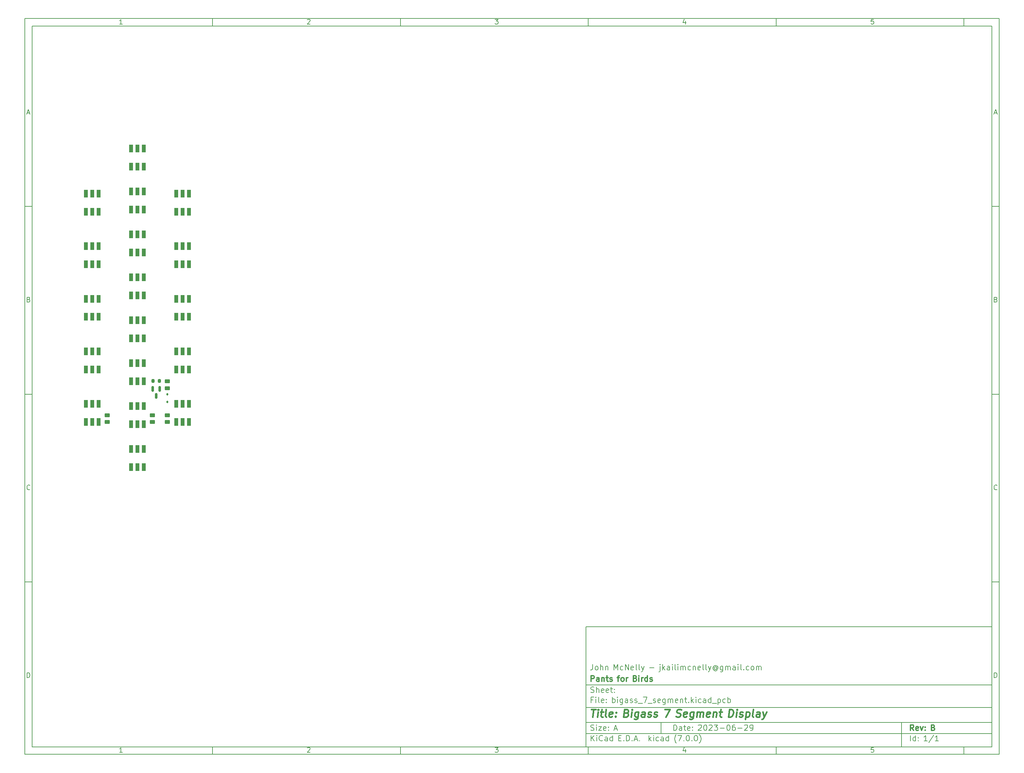
<source format=gbr>
G04 #@! TF.GenerationSoftware,KiCad,Pcbnew,(7.0.0)*
G04 #@! TF.CreationDate,2023-06-29T12:31:04-07:00*
G04 #@! TF.ProjectId,bigass_7_segment,62696761-7373-45f3-975f-7365676d656e,B*
G04 #@! TF.SameCoordinates,Original*
G04 #@! TF.FileFunction,Paste,Top*
G04 #@! TF.FilePolarity,Positive*
%FSLAX46Y46*%
G04 Gerber Fmt 4.6, Leading zero omitted, Abs format (unit mm)*
G04 Created by KiCad (PCBNEW (7.0.0)) date 2023-06-29 12:31:04*
%MOMM*%
%LPD*%
G01*
G04 APERTURE LIST*
G04 Aperture macros list*
%AMRoundRect*
0 Rectangle with rounded corners*
0 $1 Rounding radius*
0 $2 $3 $4 $5 $6 $7 $8 $9 X,Y pos of 4 corners*
0 Add a 4 corners polygon primitive as box body*
4,1,4,$2,$3,$4,$5,$6,$7,$8,$9,$2,$3,0*
0 Add four circle primitives for the rounded corners*
1,1,$1+$1,$2,$3*
1,1,$1+$1,$4,$5*
1,1,$1+$1,$6,$7*
1,1,$1+$1,$8,$9*
0 Add four rect primitives between the rounded corners*
20,1,$1+$1,$2,$3,$4,$5,0*
20,1,$1+$1,$4,$5,$6,$7,0*
20,1,$1+$1,$6,$7,$8,$9,0*
20,1,$1+$1,$8,$9,$2,$3,0*%
G04 Aperture macros list end*
%ADD10C,0.100000*%
%ADD11C,0.150000*%
%ADD12C,0.300000*%
%ADD13C,0.400000*%
%ADD14RoundRect,0.250000X0.450000X-0.262500X0.450000X0.262500X-0.450000X0.262500X-0.450000X-0.262500X0*%
%ADD15RoundRect,0.250000X-0.450000X0.262500X-0.450000X-0.262500X0.450000X-0.262500X0.450000X0.262500X0*%
%ADD16RoundRect,0.150000X-0.150000X0.587500X-0.150000X-0.587500X0.150000X-0.587500X0.150000X0.587500X0*%
%ADD17RoundRect,0.112500X0.112500X-0.187500X0.112500X0.187500X-0.112500X0.187500X-0.112500X-0.187500X0*%
%ADD18RoundRect,0.200000X0.200000X0.275000X-0.200000X0.275000X-0.200000X-0.275000X0.200000X-0.275000X0*%
%ADD19R,1.100000X2.000000*%
G04 APERTURE END LIST*
D10*
D11*
X159400000Y-171900000D02*
X267400000Y-171900000D01*
X267400000Y-203900000D01*
X159400000Y-203900000D01*
X159400000Y-171900000D01*
D10*
D11*
X10000000Y-10000000D02*
X269400000Y-10000000D01*
X269400000Y-205900000D01*
X10000000Y-205900000D01*
X10000000Y-10000000D01*
D10*
D11*
X12000000Y-12000000D02*
X267400000Y-12000000D01*
X267400000Y-203900000D01*
X12000000Y-203900000D01*
X12000000Y-12000000D01*
D10*
D11*
X60000000Y-12000000D02*
X60000000Y-10000000D01*
D10*
D11*
X110000000Y-12000000D02*
X110000000Y-10000000D01*
D10*
D11*
X160000000Y-12000000D02*
X160000000Y-10000000D01*
D10*
D11*
X210000000Y-12000000D02*
X210000000Y-10000000D01*
D10*
D11*
X260000000Y-12000000D02*
X260000000Y-10000000D01*
D10*
D11*
X35990476Y-11477595D02*
X35247619Y-11477595D01*
X35619047Y-11477595D02*
X35619047Y-10177595D01*
X35619047Y-10177595D02*
X35495238Y-10363309D01*
X35495238Y-10363309D02*
X35371428Y-10487119D01*
X35371428Y-10487119D02*
X35247619Y-10549023D01*
D10*
D11*
X85247619Y-10301404D02*
X85309523Y-10239500D01*
X85309523Y-10239500D02*
X85433333Y-10177595D01*
X85433333Y-10177595D02*
X85742857Y-10177595D01*
X85742857Y-10177595D02*
X85866666Y-10239500D01*
X85866666Y-10239500D02*
X85928571Y-10301404D01*
X85928571Y-10301404D02*
X85990476Y-10425214D01*
X85990476Y-10425214D02*
X85990476Y-10549023D01*
X85990476Y-10549023D02*
X85928571Y-10734738D01*
X85928571Y-10734738D02*
X85185714Y-11477595D01*
X85185714Y-11477595D02*
X85990476Y-11477595D01*
D10*
D11*
X135185714Y-10177595D02*
X135990476Y-10177595D01*
X135990476Y-10177595D02*
X135557142Y-10672833D01*
X135557142Y-10672833D02*
X135742857Y-10672833D01*
X135742857Y-10672833D02*
X135866666Y-10734738D01*
X135866666Y-10734738D02*
X135928571Y-10796642D01*
X135928571Y-10796642D02*
X135990476Y-10920452D01*
X135990476Y-10920452D02*
X135990476Y-11229976D01*
X135990476Y-11229976D02*
X135928571Y-11353785D01*
X135928571Y-11353785D02*
X135866666Y-11415690D01*
X135866666Y-11415690D02*
X135742857Y-11477595D01*
X135742857Y-11477595D02*
X135371428Y-11477595D01*
X135371428Y-11477595D02*
X135247619Y-11415690D01*
X135247619Y-11415690D02*
X135185714Y-11353785D01*
D10*
D11*
X185866666Y-10610928D02*
X185866666Y-11477595D01*
X185557142Y-10115690D02*
X185247619Y-11044261D01*
X185247619Y-11044261D02*
X186052380Y-11044261D01*
D10*
D11*
X235928571Y-10177595D02*
X235309523Y-10177595D01*
X235309523Y-10177595D02*
X235247619Y-10796642D01*
X235247619Y-10796642D02*
X235309523Y-10734738D01*
X235309523Y-10734738D02*
X235433333Y-10672833D01*
X235433333Y-10672833D02*
X235742857Y-10672833D01*
X235742857Y-10672833D02*
X235866666Y-10734738D01*
X235866666Y-10734738D02*
X235928571Y-10796642D01*
X235928571Y-10796642D02*
X235990476Y-10920452D01*
X235990476Y-10920452D02*
X235990476Y-11229976D01*
X235990476Y-11229976D02*
X235928571Y-11353785D01*
X235928571Y-11353785D02*
X235866666Y-11415690D01*
X235866666Y-11415690D02*
X235742857Y-11477595D01*
X235742857Y-11477595D02*
X235433333Y-11477595D01*
X235433333Y-11477595D02*
X235309523Y-11415690D01*
X235309523Y-11415690D02*
X235247619Y-11353785D01*
D10*
D11*
X60000000Y-203900000D02*
X60000000Y-205900000D01*
D10*
D11*
X110000000Y-203900000D02*
X110000000Y-205900000D01*
D10*
D11*
X160000000Y-203900000D02*
X160000000Y-205900000D01*
D10*
D11*
X210000000Y-203900000D02*
X210000000Y-205900000D01*
D10*
D11*
X260000000Y-203900000D02*
X260000000Y-205900000D01*
D10*
D11*
X35990476Y-205377595D02*
X35247619Y-205377595D01*
X35619047Y-205377595D02*
X35619047Y-204077595D01*
X35619047Y-204077595D02*
X35495238Y-204263309D01*
X35495238Y-204263309D02*
X35371428Y-204387119D01*
X35371428Y-204387119D02*
X35247619Y-204449023D01*
D10*
D11*
X85247619Y-204201404D02*
X85309523Y-204139500D01*
X85309523Y-204139500D02*
X85433333Y-204077595D01*
X85433333Y-204077595D02*
X85742857Y-204077595D01*
X85742857Y-204077595D02*
X85866666Y-204139500D01*
X85866666Y-204139500D02*
X85928571Y-204201404D01*
X85928571Y-204201404D02*
X85990476Y-204325214D01*
X85990476Y-204325214D02*
X85990476Y-204449023D01*
X85990476Y-204449023D02*
X85928571Y-204634738D01*
X85928571Y-204634738D02*
X85185714Y-205377595D01*
X85185714Y-205377595D02*
X85990476Y-205377595D01*
D10*
D11*
X135185714Y-204077595D02*
X135990476Y-204077595D01*
X135990476Y-204077595D02*
X135557142Y-204572833D01*
X135557142Y-204572833D02*
X135742857Y-204572833D01*
X135742857Y-204572833D02*
X135866666Y-204634738D01*
X135866666Y-204634738D02*
X135928571Y-204696642D01*
X135928571Y-204696642D02*
X135990476Y-204820452D01*
X135990476Y-204820452D02*
X135990476Y-205129976D01*
X135990476Y-205129976D02*
X135928571Y-205253785D01*
X135928571Y-205253785D02*
X135866666Y-205315690D01*
X135866666Y-205315690D02*
X135742857Y-205377595D01*
X135742857Y-205377595D02*
X135371428Y-205377595D01*
X135371428Y-205377595D02*
X135247619Y-205315690D01*
X135247619Y-205315690D02*
X135185714Y-205253785D01*
D10*
D11*
X185866666Y-204510928D02*
X185866666Y-205377595D01*
X185557142Y-204015690D02*
X185247619Y-204944261D01*
X185247619Y-204944261D02*
X186052380Y-204944261D01*
D10*
D11*
X235928571Y-204077595D02*
X235309523Y-204077595D01*
X235309523Y-204077595D02*
X235247619Y-204696642D01*
X235247619Y-204696642D02*
X235309523Y-204634738D01*
X235309523Y-204634738D02*
X235433333Y-204572833D01*
X235433333Y-204572833D02*
X235742857Y-204572833D01*
X235742857Y-204572833D02*
X235866666Y-204634738D01*
X235866666Y-204634738D02*
X235928571Y-204696642D01*
X235928571Y-204696642D02*
X235990476Y-204820452D01*
X235990476Y-204820452D02*
X235990476Y-205129976D01*
X235990476Y-205129976D02*
X235928571Y-205253785D01*
X235928571Y-205253785D02*
X235866666Y-205315690D01*
X235866666Y-205315690D02*
X235742857Y-205377595D01*
X235742857Y-205377595D02*
X235433333Y-205377595D01*
X235433333Y-205377595D02*
X235309523Y-205315690D01*
X235309523Y-205315690D02*
X235247619Y-205253785D01*
D10*
D11*
X10000000Y-60000000D02*
X12000000Y-60000000D01*
D10*
D11*
X10000000Y-110000000D02*
X12000000Y-110000000D01*
D10*
D11*
X10000000Y-160000000D02*
X12000000Y-160000000D01*
D10*
D11*
X10690476Y-35106166D02*
X11309523Y-35106166D01*
X10566666Y-35477595D02*
X10999999Y-34177595D01*
X10999999Y-34177595D02*
X11433333Y-35477595D01*
D10*
D11*
X11092857Y-84796642D02*
X11278571Y-84858547D01*
X11278571Y-84858547D02*
X11340476Y-84920452D01*
X11340476Y-84920452D02*
X11402380Y-85044261D01*
X11402380Y-85044261D02*
X11402380Y-85229976D01*
X11402380Y-85229976D02*
X11340476Y-85353785D01*
X11340476Y-85353785D02*
X11278571Y-85415690D01*
X11278571Y-85415690D02*
X11154761Y-85477595D01*
X11154761Y-85477595D02*
X10659523Y-85477595D01*
X10659523Y-85477595D02*
X10659523Y-84177595D01*
X10659523Y-84177595D02*
X11092857Y-84177595D01*
X11092857Y-84177595D02*
X11216666Y-84239500D01*
X11216666Y-84239500D02*
X11278571Y-84301404D01*
X11278571Y-84301404D02*
X11340476Y-84425214D01*
X11340476Y-84425214D02*
X11340476Y-84549023D01*
X11340476Y-84549023D02*
X11278571Y-84672833D01*
X11278571Y-84672833D02*
X11216666Y-84734738D01*
X11216666Y-84734738D02*
X11092857Y-84796642D01*
X11092857Y-84796642D02*
X10659523Y-84796642D01*
D10*
D11*
X11402380Y-135353785D02*
X11340476Y-135415690D01*
X11340476Y-135415690D02*
X11154761Y-135477595D01*
X11154761Y-135477595D02*
X11030952Y-135477595D01*
X11030952Y-135477595D02*
X10845238Y-135415690D01*
X10845238Y-135415690D02*
X10721428Y-135291880D01*
X10721428Y-135291880D02*
X10659523Y-135168071D01*
X10659523Y-135168071D02*
X10597619Y-134920452D01*
X10597619Y-134920452D02*
X10597619Y-134734738D01*
X10597619Y-134734738D02*
X10659523Y-134487119D01*
X10659523Y-134487119D02*
X10721428Y-134363309D01*
X10721428Y-134363309D02*
X10845238Y-134239500D01*
X10845238Y-134239500D02*
X11030952Y-134177595D01*
X11030952Y-134177595D02*
X11154761Y-134177595D01*
X11154761Y-134177595D02*
X11340476Y-134239500D01*
X11340476Y-134239500D02*
X11402380Y-134301404D01*
D10*
D11*
X10659523Y-185477595D02*
X10659523Y-184177595D01*
X10659523Y-184177595D02*
X10969047Y-184177595D01*
X10969047Y-184177595D02*
X11154761Y-184239500D01*
X11154761Y-184239500D02*
X11278571Y-184363309D01*
X11278571Y-184363309D02*
X11340476Y-184487119D01*
X11340476Y-184487119D02*
X11402380Y-184734738D01*
X11402380Y-184734738D02*
X11402380Y-184920452D01*
X11402380Y-184920452D02*
X11340476Y-185168071D01*
X11340476Y-185168071D02*
X11278571Y-185291880D01*
X11278571Y-185291880D02*
X11154761Y-185415690D01*
X11154761Y-185415690D02*
X10969047Y-185477595D01*
X10969047Y-185477595D02*
X10659523Y-185477595D01*
D10*
D11*
X269400000Y-60000000D02*
X267400000Y-60000000D01*
D10*
D11*
X269400000Y-110000000D02*
X267400000Y-110000000D01*
D10*
D11*
X269400000Y-160000000D02*
X267400000Y-160000000D01*
D10*
D11*
X268090476Y-35106166D02*
X268709523Y-35106166D01*
X267966666Y-35477595D02*
X268399999Y-34177595D01*
X268399999Y-34177595D02*
X268833333Y-35477595D01*
D10*
D11*
X268492857Y-84796642D02*
X268678571Y-84858547D01*
X268678571Y-84858547D02*
X268740476Y-84920452D01*
X268740476Y-84920452D02*
X268802380Y-85044261D01*
X268802380Y-85044261D02*
X268802380Y-85229976D01*
X268802380Y-85229976D02*
X268740476Y-85353785D01*
X268740476Y-85353785D02*
X268678571Y-85415690D01*
X268678571Y-85415690D02*
X268554761Y-85477595D01*
X268554761Y-85477595D02*
X268059523Y-85477595D01*
X268059523Y-85477595D02*
X268059523Y-84177595D01*
X268059523Y-84177595D02*
X268492857Y-84177595D01*
X268492857Y-84177595D02*
X268616666Y-84239500D01*
X268616666Y-84239500D02*
X268678571Y-84301404D01*
X268678571Y-84301404D02*
X268740476Y-84425214D01*
X268740476Y-84425214D02*
X268740476Y-84549023D01*
X268740476Y-84549023D02*
X268678571Y-84672833D01*
X268678571Y-84672833D02*
X268616666Y-84734738D01*
X268616666Y-84734738D02*
X268492857Y-84796642D01*
X268492857Y-84796642D02*
X268059523Y-84796642D01*
D10*
D11*
X268802380Y-135353785D02*
X268740476Y-135415690D01*
X268740476Y-135415690D02*
X268554761Y-135477595D01*
X268554761Y-135477595D02*
X268430952Y-135477595D01*
X268430952Y-135477595D02*
X268245238Y-135415690D01*
X268245238Y-135415690D02*
X268121428Y-135291880D01*
X268121428Y-135291880D02*
X268059523Y-135168071D01*
X268059523Y-135168071D02*
X267997619Y-134920452D01*
X267997619Y-134920452D02*
X267997619Y-134734738D01*
X267997619Y-134734738D02*
X268059523Y-134487119D01*
X268059523Y-134487119D02*
X268121428Y-134363309D01*
X268121428Y-134363309D02*
X268245238Y-134239500D01*
X268245238Y-134239500D02*
X268430952Y-134177595D01*
X268430952Y-134177595D02*
X268554761Y-134177595D01*
X268554761Y-134177595D02*
X268740476Y-134239500D01*
X268740476Y-134239500D02*
X268802380Y-134301404D01*
D10*
D11*
X268059523Y-185477595D02*
X268059523Y-184177595D01*
X268059523Y-184177595D02*
X268369047Y-184177595D01*
X268369047Y-184177595D02*
X268554761Y-184239500D01*
X268554761Y-184239500D02*
X268678571Y-184363309D01*
X268678571Y-184363309D02*
X268740476Y-184487119D01*
X268740476Y-184487119D02*
X268802380Y-184734738D01*
X268802380Y-184734738D02*
X268802380Y-184920452D01*
X268802380Y-184920452D02*
X268740476Y-185168071D01*
X268740476Y-185168071D02*
X268678571Y-185291880D01*
X268678571Y-185291880D02*
X268554761Y-185415690D01*
X268554761Y-185415690D02*
X268369047Y-185477595D01*
X268369047Y-185477595D02*
X268059523Y-185477595D01*
D10*
D11*
X182757142Y-199551071D02*
X182757142Y-198051071D01*
X182757142Y-198051071D02*
X183114285Y-198051071D01*
X183114285Y-198051071D02*
X183328571Y-198122500D01*
X183328571Y-198122500D02*
X183471428Y-198265357D01*
X183471428Y-198265357D02*
X183542857Y-198408214D01*
X183542857Y-198408214D02*
X183614285Y-198693928D01*
X183614285Y-198693928D02*
X183614285Y-198908214D01*
X183614285Y-198908214D02*
X183542857Y-199193928D01*
X183542857Y-199193928D02*
X183471428Y-199336785D01*
X183471428Y-199336785D02*
X183328571Y-199479642D01*
X183328571Y-199479642D02*
X183114285Y-199551071D01*
X183114285Y-199551071D02*
X182757142Y-199551071D01*
X184900000Y-199551071D02*
X184900000Y-198765357D01*
X184900000Y-198765357D02*
X184828571Y-198622500D01*
X184828571Y-198622500D02*
X184685714Y-198551071D01*
X184685714Y-198551071D02*
X184400000Y-198551071D01*
X184400000Y-198551071D02*
X184257142Y-198622500D01*
X184900000Y-199479642D02*
X184757142Y-199551071D01*
X184757142Y-199551071D02*
X184400000Y-199551071D01*
X184400000Y-199551071D02*
X184257142Y-199479642D01*
X184257142Y-199479642D02*
X184185714Y-199336785D01*
X184185714Y-199336785D02*
X184185714Y-199193928D01*
X184185714Y-199193928D02*
X184257142Y-199051071D01*
X184257142Y-199051071D02*
X184400000Y-198979642D01*
X184400000Y-198979642D02*
X184757142Y-198979642D01*
X184757142Y-198979642D02*
X184900000Y-198908214D01*
X185400000Y-198551071D02*
X185971428Y-198551071D01*
X185614285Y-198051071D02*
X185614285Y-199336785D01*
X185614285Y-199336785D02*
X185685714Y-199479642D01*
X185685714Y-199479642D02*
X185828571Y-199551071D01*
X185828571Y-199551071D02*
X185971428Y-199551071D01*
X187042857Y-199479642D02*
X186900000Y-199551071D01*
X186900000Y-199551071D02*
X186614286Y-199551071D01*
X186614286Y-199551071D02*
X186471428Y-199479642D01*
X186471428Y-199479642D02*
X186400000Y-199336785D01*
X186400000Y-199336785D02*
X186400000Y-198765357D01*
X186400000Y-198765357D02*
X186471428Y-198622500D01*
X186471428Y-198622500D02*
X186614286Y-198551071D01*
X186614286Y-198551071D02*
X186900000Y-198551071D01*
X186900000Y-198551071D02*
X187042857Y-198622500D01*
X187042857Y-198622500D02*
X187114286Y-198765357D01*
X187114286Y-198765357D02*
X187114286Y-198908214D01*
X187114286Y-198908214D02*
X186400000Y-199051071D01*
X187757142Y-199408214D02*
X187828571Y-199479642D01*
X187828571Y-199479642D02*
X187757142Y-199551071D01*
X187757142Y-199551071D02*
X187685714Y-199479642D01*
X187685714Y-199479642D02*
X187757142Y-199408214D01*
X187757142Y-199408214D02*
X187757142Y-199551071D01*
X187757142Y-198622500D02*
X187828571Y-198693928D01*
X187828571Y-198693928D02*
X187757142Y-198765357D01*
X187757142Y-198765357D02*
X187685714Y-198693928D01*
X187685714Y-198693928D02*
X187757142Y-198622500D01*
X187757142Y-198622500D02*
X187757142Y-198765357D01*
X189300000Y-198193928D02*
X189371428Y-198122500D01*
X189371428Y-198122500D02*
X189514286Y-198051071D01*
X189514286Y-198051071D02*
X189871428Y-198051071D01*
X189871428Y-198051071D02*
X190014286Y-198122500D01*
X190014286Y-198122500D02*
X190085714Y-198193928D01*
X190085714Y-198193928D02*
X190157143Y-198336785D01*
X190157143Y-198336785D02*
X190157143Y-198479642D01*
X190157143Y-198479642D02*
X190085714Y-198693928D01*
X190085714Y-198693928D02*
X189228571Y-199551071D01*
X189228571Y-199551071D02*
X190157143Y-199551071D01*
X191085714Y-198051071D02*
X191228571Y-198051071D01*
X191228571Y-198051071D02*
X191371428Y-198122500D01*
X191371428Y-198122500D02*
X191442857Y-198193928D01*
X191442857Y-198193928D02*
X191514285Y-198336785D01*
X191514285Y-198336785D02*
X191585714Y-198622500D01*
X191585714Y-198622500D02*
X191585714Y-198979642D01*
X191585714Y-198979642D02*
X191514285Y-199265357D01*
X191514285Y-199265357D02*
X191442857Y-199408214D01*
X191442857Y-199408214D02*
X191371428Y-199479642D01*
X191371428Y-199479642D02*
X191228571Y-199551071D01*
X191228571Y-199551071D02*
X191085714Y-199551071D01*
X191085714Y-199551071D02*
X190942857Y-199479642D01*
X190942857Y-199479642D02*
X190871428Y-199408214D01*
X190871428Y-199408214D02*
X190799999Y-199265357D01*
X190799999Y-199265357D02*
X190728571Y-198979642D01*
X190728571Y-198979642D02*
X190728571Y-198622500D01*
X190728571Y-198622500D02*
X190799999Y-198336785D01*
X190799999Y-198336785D02*
X190871428Y-198193928D01*
X190871428Y-198193928D02*
X190942857Y-198122500D01*
X190942857Y-198122500D02*
X191085714Y-198051071D01*
X192157142Y-198193928D02*
X192228570Y-198122500D01*
X192228570Y-198122500D02*
X192371428Y-198051071D01*
X192371428Y-198051071D02*
X192728570Y-198051071D01*
X192728570Y-198051071D02*
X192871428Y-198122500D01*
X192871428Y-198122500D02*
X192942856Y-198193928D01*
X192942856Y-198193928D02*
X193014285Y-198336785D01*
X193014285Y-198336785D02*
X193014285Y-198479642D01*
X193014285Y-198479642D02*
X192942856Y-198693928D01*
X192942856Y-198693928D02*
X192085713Y-199551071D01*
X192085713Y-199551071D02*
X193014285Y-199551071D01*
X193514284Y-198051071D02*
X194442856Y-198051071D01*
X194442856Y-198051071D02*
X193942856Y-198622500D01*
X193942856Y-198622500D02*
X194157141Y-198622500D01*
X194157141Y-198622500D02*
X194299999Y-198693928D01*
X194299999Y-198693928D02*
X194371427Y-198765357D01*
X194371427Y-198765357D02*
X194442856Y-198908214D01*
X194442856Y-198908214D02*
X194442856Y-199265357D01*
X194442856Y-199265357D02*
X194371427Y-199408214D01*
X194371427Y-199408214D02*
X194299999Y-199479642D01*
X194299999Y-199479642D02*
X194157141Y-199551071D01*
X194157141Y-199551071D02*
X193728570Y-199551071D01*
X193728570Y-199551071D02*
X193585713Y-199479642D01*
X193585713Y-199479642D02*
X193514284Y-199408214D01*
X195085712Y-198979642D02*
X196228570Y-198979642D01*
X197228570Y-198051071D02*
X197371427Y-198051071D01*
X197371427Y-198051071D02*
X197514284Y-198122500D01*
X197514284Y-198122500D02*
X197585713Y-198193928D01*
X197585713Y-198193928D02*
X197657141Y-198336785D01*
X197657141Y-198336785D02*
X197728570Y-198622500D01*
X197728570Y-198622500D02*
X197728570Y-198979642D01*
X197728570Y-198979642D02*
X197657141Y-199265357D01*
X197657141Y-199265357D02*
X197585713Y-199408214D01*
X197585713Y-199408214D02*
X197514284Y-199479642D01*
X197514284Y-199479642D02*
X197371427Y-199551071D01*
X197371427Y-199551071D02*
X197228570Y-199551071D01*
X197228570Y-199551071D02*
X197085713Y-199479642D01*
X197085713Y-199479642D02*
X197014284Y-199408214D01*
X197014284Y-199408214D02*
X196942855Y-199265357D01*
X196942855Y-199265357D02*
X196871427Y-198979642D01*
X196871427Y-198979642D02*
X196871427Y-198622500D01*
X196871427Y-198622500D02*
X196942855Y-198336785D01*
X196942855Y-198336785D02*
X197014284Y-198193928D01*
X197014284Y-198193928D02*
X197085713Y-198122500D01*
X197085713Y-198122500D02*
X197228570Y-198051071D01*
X199014284Y-198051071D02*
X198728569Y-198051071D01*
X198728569Y-198051071D02*
X198585712Y-198122500D01*
X198585712Y-198122500D02*
X198514284Y-198193928D01*
X198514284Y-198193928D02*
X198371426Y-198408214D01*
X198371426Y-198408214D02*
X198299998Y-198693928D01*
X198299998Y-198693928D02*
X198299998Y-199265357D01*
X198299998Y-199265357D02*
X198371426Y-199408214D01*
X198371426Y-199408214D02*
X198442855Y-199479642D01*
X198442855Y-199479642D02*
X198585712Y-199551071D01*
X198585712Y-199551071D02*
X198871426Y-199551071D01*
X198871426Y-199551071D02*
X199014284Y-199479642D01*
X199014284Y-199479642D02*
X199085712Y-199408214D01*
X199085712Y-199408214D02*
X199157141Y-199265357D01*
X199157141Y-199265357D02*
X199157141Y-198908214D01*
X199157141Y-198908214D02*
X199085712Y-198765357D01*
X199085712Y-198765357D02*
X199014284Y-198693928D01*
X199014284Y-198693928D02*
X198871426Y-198622500D01*
X198871426Y-198622500D02*
X198585712Y-198622500D01*
X198585712Y-198622500D02*
X198442855Y-198693928D01*
X198442855Y-198693928D02*
X198371426Y-198765357D01*
X198371426Y-198765357D02*
X198299998Y-198908214D01*
X199799997Y-198979642D02*
X200942855Y-198979642D01*
X201585712Y-198193928D02*
X201657140Y-198122500D01*
X201657140Y-198122500D02*
X201799998Y-198051071D01*
X201799998Y-198051071D02*
X202157140Y-198051071D01*
X202157140Y-198051071D02*
X202299998Y-198122500D01*
X202299998Y-198122500D02*
X202371426Y-198193928D01*
X202371426Y-198193928D02*
X202442855Y-198336785D01*
X202442855Y-198336785D02*
X202442855Y-198479642D01*
X202442855Y-198479642D02*
X202371426Y-198693928D01*
X202371426Y-198693928D02*
X201514283Y-199551071D01*
X201514283Y-199551071D02*
X202442855Y-199551071D01*
X203157140Y-199551071D02*
X203442854Y-199551071D01*
X203442854Y-199551071D02*
X203585711Y-199479642D01*
X203585711Y-199479642D02*
X203657140Y-199408214D01*
X203657140Y-199408214D02*
X203799997Y-199193928D01*
X203799997Y-199193928D02*
X203871426Y-198908214D01*
X203871426Y-198908214D02*
X203871426Y-198336785D01*
X203871426Y-198336785D02*
X203799997Y-198193928D01*
X203799997Y-198193928D02*
X203728569Y-198122500D01*
X203728569Y-198122500D02*
X203585711Y-198051071D01*
X203585711Y-198051071D02*
X203299997Y-198051071D01*
X203299997Y-198051071D02*
X203157140Y-198122500D01*
X203157140Y-198122500D02*
X203085711Y-198193928D01*
X203085711Y-198193928D02*
X203014283Y-198336785D01*
X203014283Y-198336785D02*
X203014283Y-198693928D01*
X203014283Y-198693928D02*
X203085711Y-198836785D01*
X203085711Y-198836785D02*
X203157140Y-198908214D01*
X203157140Y-198908214D02*
X203299997Y-198979642D01*
X203299997Y-198979642D02*
X203585711Y-198979642D01*
X203585711Y-198979642D02*
X203728569Y-198908214D01*
X203728569Y-198908214D02*
X203799997Y-198836785D01*
X203799997Y-198836785D02*
X203871426Y-198693928D01*
D10*
D11*
X159400000Y-200400000D02*
X267400000Y-200400000D01*
D10*
D11*
X160757142Y-202351071D02*
X160757142Y-200851071D01*
X161614285Y-202351071D02*
X160971428Y-201493928D01*
X161614285Y-200851071D02*
X160757142Y-201708214D01*
X162257142Y-202351071D02*
X162257142Y-201351071D01*
X162257142Y-200851071D02*
X162185714Y-200922500D01*
X162185714Y-200922500D02*
X162257142Y-200993928D01*
X162257142Y-200993928D02*
X162328571Y-200922500D01*
X162328571Y-200922500D02*
X162257142Y-200851071D01*
X162257142Y-200851071D02*
X162257142Y-200993928D01*
X163828571Y-202208214D02*
X163757143Y-202279642D01*
X163757143Y-202279642D02*
X163542857Y-202351071D01*
X163542857Y-202351071D02*
X163400000Y-202351071D01*
X163400000Y-202351071D02*
X163185714Y-202279642D01*
X163185714Y-202279642D02*
X163042857Y-202136785D01*
X163042857Y-202136785D02*
X162971428Y-201993928D01*
X162971428Y-201993928D02*
X162900000Y-201708214D01*
X162900000Y-201708214D02*
X162900000Y-201493928D01*
X162900000Y-201493928D02*
X162971428Y-201208214D01*
X162971428Y-201208214D02*
X163042857Y-201065357D01*
X163042857Y-201065357D02*
X163185714Y-200922500D01*
X163185714Y-200922500D02*
X163400000Y-200851071D01*
X163400000Y-200851071D02*
X163542857Y-200851071D01*
X163542857Y-200851071D02*
X163757143Y-200922500D01*
X163757143Y-200922500D02*
X163828571Y-200993928D01*
X165114286Y-202351071D02*
X165114286Y-201565357D01*
X165114286Y-201565357D02*
X165042857Y-201422500D01*
X165042857Y-201422500D02*
X164900000Y-201351071D01*
X164900000Y-201351071D02*
X164614286Y-201351071D01*
X164614286Y-201351071D02*
X164471428Y-201422500D01*
X165114286Y-202279642D02*
X164971428Y-202351071D01*
X164971428Y-202351071D02*
X164614286Y-202351071D01*
X164614286Y-202351071D02*
X164471428Y-202279642D01*
X164471428Y-202279642D02*
X164400000Y-202136785D01*
X164400000Y-202136785D02*
X164400000Y-201993928D01*
X164400000Y-201993928D02*
X164471428Y-201851071D01*
X164471428Y-201851071D02*
X164614286Y-201779642D01*
X164614286Y-201779642D02*
X164971428Y-201779642D01*
X164971428Y-201779642D02*
X165114286Y-201708214D01*
X166471429Y-202351071D02*
X166471429Y-200851071D01*
X166471429Y-202279642D02*
X166328571Y-202351071D01*
X166328571Y-202351071D02*
X166042857Y-202351071D01*
X166042857Y-202351071D02*
X165900000Y-202279642D01*
X165900000Y-202279642D02*
X165828571Y-202208214D01*
X165828571Y-202208214D02*
X165757143Y-202065357D01*
X165757143Y-202065357D02*
X165757143Y-201636785D01*
X165757143Y-201636785D02*
X165828571Y-201493928D01*
X165828571Y-201493928D02*
X165900000Y-201422500D01*
X165900000Y-201422500D02*
X166042857Y-201351071D01*
X166042857Y-201351071D02*
X166328571Y-201351071D01*
X166328571Y-201351071D02*
X166471429Y-201422500D01*
X168085714Y-201565357D02*
X168585714Y-201565357D01*
X168800000Y-202351071D02*
X168085714Y-202351071D01*
X168085714Y-202351071D02*
X168085714Y-200851071D01*
X168085714Y-200851071D02*
X168800000Y-200851071D01*
X169442857Y-202208214D02*
X169514286Y-202279642D01*
X169514286Y-202279642D02*
X169442857Y-202351071D01*
X169442857Y-202351071D02*
X169371429Y-202279642D01*
X169371429Y-202279642D02*
X169442857Y-202208214D01*
X169442857Y-202208214D02*
X169442857Y-202351071D01*
X170157143Y-202351071D02*
X170157143Y-200851071D01*
X170157143Y-200851071D02*
X170514286Y-200851071D01*
X170514286Y-200851071D02*
X170728572Y-200922500D01*
X170728572Y-200922500D02*
X170871429Y-201065357D01*
X170871429Y-201065357D02*
X170942858Y-201208214D01*
X170942858Y-201208214D02*
X171014286Y-201493928D01*
X171014286Y-201493928D02*
X171014286Y-201708214D01*
X171014286Y-201708214D02*
X170942858Y-201993928D01*
X170942858Y-201993928D02*
X170871429Y-202136785D01*
X170871429Y-202136785D02*
X170728572Y-202279642D01*
X170728572Y-202279642D02*
X170514286Y-202351071D01*
X170514286Y-202351071D02*
X170157143Y-202351071D01*
X171657143Y-202208214D02*
X171728572Y-202279642D01*
X171728572Y-202279642D02*
X171657143Y-202351071D01*
X171657143Y-202351071D02*
X171585715Y-202279642D01*
X171585715Y-202279642D02*
X171657143Y-202208214D01*
X171657143Y-202208214D02*
X171657143Y-202351071D01*
X172300001Y-201922500D02*
X173014287Y-201922500D01*
X172157144Y-202351071D02*
X172657144Y-200851071D01*
X172657144Y-200851071D02*
X173157144Y-202351071D01*
X173657143Y-202208214D02*
X173728572Y-202279642D01*
X173728572Y-202279642D02*
X173657143Y-202351071D01*
X173657143Y-202351071D02*
X173585715Y-202279642D01*
X173585715Y-202279642D02*
X173657143Y-202208214D01*
X173657143Y-202208214D02*
X173657143Y-202351071D01*
X176171429Y-202351071D02*
X176171429Y-200851071D01*
X176314287Y-201779642D02*
X176742858Y-202351071D01*
X176742858Y-201351071D02*
X176171429Y-201922500D01*
X177385715Y-202351071D02*
X177385715Y-201351071D01*
X177385715Y-200851071D02*
X177314287Y-200922500D01*
X177314287Y-200922500D02*
X177385715Y-200993928D01*
X177385715Y-200993928D02*
X177457144Y-200922500D01*
X177457144Y-200922500D02*
X177385715Y-200851071D01*
X177385715Y-200851071D02*
X177385715Y-200993928D01*
X178742859Y-202279642D02*
X178600001Y-202351071D01*
X178600001Y-202351071D02*
X178314287Y-202351071D01*
X178314287Y-202351071D02*
X178171430Y-202279642D01*
X178171430Y-202279642D02*
X178100001Y-202208214D01*
X178100001Y-202208214D02*
X178028573Y-202065357D01*
X178028573Y-202065357D02*
X178028573Y-201636785D01*
X178028573Y-201636785D02*
X178100001Y-201493928D01*
X178100001Y-201493928D02*
X178171430Y-201422500D01*
X178171430Y-201422500D02*
X178314287Y-201351071D01*
X178314287Y-201351071D02*
X178600001Y-201351071D01*
X178600001Y-201351071D02*
X178742859Y-201422500D01*
X180028573Y-202351071D02*
X180028573Y-201565357D01*
X180028573Y-201565357D02*
X179957144Y-201422500D01*
X179957144Y-201422500D02*
X179814287Y-201351071D01*
X179814287Y-201351071D02*
X179528573Y-201351071D01*
X179528573Y-201351071D02*
X179385715Y-201422500D01*
X180028573Y-202279642D02*
X179885715Y-202351071D01*
X179885715Y-202351071D02*
X179528573Y-202351071D01*
X179528573Y-202351071D02*
X179385715Y-202279642D01*
X179385715Y-202279642D02*
X179314287Y-202136785D01*
X179314287Y-202136785D02*
X179314287Y-201993928D01*
X179314287Y-201993928D02*
X179385715Y-201851071D01*
X179385715Y-201851071D02*
X179528573Y-201779642D01*
X179528573Y-201779642D02*
X179885715Y-201779642D01*
X179885715Y-201779642D02*
X180028573Y-201708214D01*
X181385716Y-202351071D02*
X181385716Y-200851071D01*
X181385716Y-202279642D02*
X181242858Y-202351071D01*
X181242858Y-202351071D02*
X180957144Y-202351071D01*
X180957144Y-202351071D02*
X180814287Y-202279642D01*
X180814287Y-202279642D02*
X180742858Y-202208214D01*
X180742858Y-202208214D02*
X180671430Y-202065357D01*
X180671430Y-202065357D02*
X180671430Y-201636785D01*
X180671430Y-201636785D02*
X180742858Y-201493928D01*
X180742858Y-201493928D02*
X180814287Y-201422500D01*
X180814287Y-201422500D02*
X180957144Y-201351071D01*
X180957144Y-201351071D02*
X181242858Y-201351071D01*
X181242858Y-201351071D02*
X181385716Y-201422500D01*
X183428573Y-202922500D02*
X183357144Y-202851071D01*
X183357144Y-202851071D02*
X183214287Y-202636785D01*
X183214287Y-202636785D02*
X183142859Y-202493928D01*
X183142859Y-202493928D02*
X183071430Y-202279642D01*
X183071430Y-202279642D02*
X183000001Y-201922500D01*
X183000001Y-201922500D02*
X183000001Y-201636785D01*
X183000001Y-201636785D02*
X183071430Y-201279642D01*
X183071430Y-201279642D02*
X183142859Y-201065357D01*
X183142859Y-201065357D02*
X183214287Y-200922500D01*
X183214287Y-200922500D02*
X183357144Y-200708214D01*
X183357144Y-200708214D02*
X183428573Y-200636785D01*
X183857144Y-200851071D02*
X184857144Y-200851071D01*
X184857144Y-200851071D02*
X184214287Y-202351071D01*
X185428572Y-202208214D02*
X185500001Y-202279642D01*
X185500001Y-202279642D02*
X185428572Y-202351071D01*
X185428572Y-202351071D02*
X185357144Y-202279642D01*
X185357144Y-202279642D02*
X185428572Y-202208214D01*
X185428572Y-202208214D02*
X185428572Y-202351071D01*
X186428573Y-200851071D02*
X186571430Y-200851071D01*
X186571430Y-200851071D02*
X186714287Y-200922500D01*
X186714287Y-200922500D02*
X186785716Y-200993928D01*
X186785716Y-200993928D02*
X186857144Y-201136785D01*
X186857144Y-201136785D02*
X186928573Y-201422500D01*
X186928573Y-201422500D02*
X186928573Y-201779642D01*
X186928573Y-201779642D02*
X186857144Y-202065357D01*
X186857144Y-202065357D02*
X186785716Y-202208214D01*
X186785716Y-202208214D02*
X186714287Y-202279642D01*
X186714287Y-202279642D02*
X186571430Y-202351071D01*
X186571430Y-202351071D02*
X186428573Y-202351071D01*
X186428573Y-202351071D02*
X186285716Y-202279642D01*
X186285716Y-202279642D02*
X186214287Y-202208214D01*
X186214287Y-202208214D02*
X186142858Y-202065357D01*
X186142858Y-202065357D02*
X186071430Y-201779642D01*
X186071430Y-201779642D02*
X186071430Y-201422500D01*
X186071430Y-201422500D02*
X186142858Y-201136785D01*
X186142858Y-201136785D02*
X186214287Y-200993928D01*
X186214287Y-200993928D02*
X186285716Y-200922500D01*
X186285716Y-200922500D02*
X186428573Y-200851071D01*
X187571429Y-202208214D02*
X187642858Y-202279642D01*
X187642858Y-202279642D02*
X187571429Y-202351071D01*
X187571429Y-202351071D02*
X187500001Y-202279642D01*
X187500001Y-202279642D02*
X187571429Y-202208214D01*
X187571429Y-202208214D02*
X187571429Y-202351071D01*
X188571430Y-200851071D02*
X188714287Y-200851071D01*
X188714287Y-200851071D02*
X188857144Y-200922500D01*
X188857144Y-200922500D02*
X188928573Y-200993928D01*
X188928573Y-200993928D02*
X189000001Y-201136785D01*
X189000001Y-201136785D02*
X189071430Y-201422500D01*
X189071430Y-201422500D02*
X189071430Y-201779642D01*
X189071430Y-201779642D02*
X189000001Y-202065357D01*
X189000001Y-202065357D02*
X188928573Y-202208214D01*
X188928573Y-202208214D02*
X188857144Y-202279642D01*
X188857144Y-202279642D02*
X188714287Y-202351071D01*
X188714287Y-202351071D02*
X188571430Y-202351071D01*
X188571430Y-202351071D02*
X188428573Y-202279642D01*
X188428573Y-202279642D02*
X188357144Y-202208214D01*
X188357144Y-202208214D02*
X188285715Y-202065357D01*
X188285715Y-202065357D02*
X188214287Y-201779642D01*
X188214287Y-201779642D02*
X188214287Y-201422500D01*
X188214287Y-201422500D02*
X188285715Y-201136785D01*
X188285715Y-201136785D02*
X188357144Y-200993928D01*
X188357144Y-200993928D02*
X188428573Y-200922500D01*
X188428573Y-200922500D02*
X188571430Y-200851071D01*
X189571429Y-202922500D02*
X189642858Y-202851071D01*
X189642858Y-202851071D02*
X189785715Y-202636785D01*
X189785715Y-202636785D02*
X189857144Y-202493928D01*
X189857144Y-202493928D02*
X189928572Y-202279642D01*
X189928572Y-202279642D02*
X190000001Y-201922500D01*
X190000001Y-201922500D02*
X190000001Y-201636785D01*
X190000001Y-201636785D02*
X189928572Y-201279642D01*
X189928572Y-201279642D02*
X189857144Y-201065357D01*
X189857144Y-201065357D02*
X189785715Y-200922500D01*
X189785715Y-200922500D02*
X189642858Y-200708214D01*
X189642858Y-200708214D02*
X189571429Y-200636785D01*
D10*
D11*
X159400000Y-197400000D02*
X267400000Y-197400000D01*
D10*
D12*
X246614285Y-199551071D02*
X246114285Y-198836785D01*
X245757142Y-199551071D02*
X245757142Y-198051071D01*
X245757142Y-198051071D02*
X246328571Y-198051071D01*
X246328571Y-198051071D02*
X246471428Y-198122500D01*
X246471428Y-198122500D02*
X246542857Y-198193928D01*
X246542857Y-198193928D02*
X246614285Y-198336785D01*
X246614285Y-198336785D02*
X246614285Y-198551071D01*
X246614285Y-198551071D02*
X246542857Y-198693928D01*
X246542857Y-198693928D02*
X246471428Y-198765357D01*
X246471428Y-198765357D02*
X246328571Y-198836785D01*
X246328571Y-198836785D02*
X245757142Y-198836785D01*
X247828571Y-199479642D02*
X247685714Y-199551071D01*
X247685714Y-199551071D02*
X247400000Y-199551071D01*
X247400000Y-199551071D02*
X247257142Y-199479642D01*
X247257142Y-199479642D02*
X247185714Y-199336785D01*
X247185714Y-199336785D02*
X247185714Y-198765357D01*
X247185714Y-198765357D02*
X247257142Y-198622500D01*
X247257142Y-198622500D02*
X247400000Y-198551071D01*
X247400000Y-198551071D02*
X247685714Y-198551071D01*
X247685714Y-198551071D02*
X247828571Y-198622500D01*
X247828571Y-198622500D02*
X247900000Y-198765357D01*
X247900000Y-198765357D02*
X247900000Y-198908214D01*
X247900000Y-198908214D02*
X247185714Y-199051071D01*
X248399999Y-198551071D02*
X248757142Y-199551071D01*
X248757142Y-199551071D02*
X249114285Y-198551071D01*
X249685713Y-199408214D02*
X249757142Y-199479642D01*
X249757142Y-199479642D02*
X249685713Y-199551071D01*
X249685713Y-199551071D02*
X249614285Y-199479642D01*
X249614285Y-199479642D02*
X249685713Y-199408214D01*
X249685713Y-199408214D02*
X249685713Y-199551071D01*
X249685713Y-198622500D02*
X249757142Y-198693928D01*
X249757142Y-198693928D02*
X249685713Y-198765357D01*
X249685713Y-198765357D02*
X249614285Y-198693928D01*
X249614285Y-198693928D02*
X249685713Y-198622500D01*
X249685713Y-198622500D02*
X249685713Y-198765357D01*
X251799999Y-198765357D02*
X252014285Y-198836785D01*
X252014285Y-198836785D02*
X252085714Y-198908214D01*
X252085714Y-198908214D02*
X252157142Y-199051071D01*
X252157142Y-199051071D02*
X252157142Y-199265357D01*
X252157142Y-199265357D02*
X252085714Y-199408214D01*
X252085714Y-199408214D02*
X252014285Y-199479642D01*
X252014285Y-199479642D02*
X251871428Y-199551071D01*
X251871428Y-199551071D02*
X251299999Y-199551071D01*
X251299999Y-199551071D02*
X251299999Y-198051071D01*
X251299999Y-198051071D02*
X251799999Y-198051071D01*
X251799999Y-198051071D02*
X251942857Y-198122500D01*
X251942857Y-198122500D02*
X252014285Y-198193928D01*
X252014285Y-198193928D02*
X252085714Y-198336785D01*
X252085714Y-198336785D02*
X252085714Y-198479642D01*
X252085714Y-198479642D02*
X252014285Y-198622500D01*
X252014285Y-198622500D02*
X251942857Y-198693928D01*
X251942857Y-198693928D02*
X251799999Y-198765357D01*
X251799999Y-198765357D02*
X251299999Y-198765357D01*
D10*
D11*
X160685714Y-199479642D02*
X160900000Y-199551071D01*
X160900000Y-199551071D02*
X161257142Y-199551071D01*
X161257142Y-199551071D02*
X161400000Y-199479642D01*
X161400000Y-199479642D02*
X161471428Y-199408214D01*
X161471428Y-199408214D02*
X161542857Y-199265357D01*
X161542857Y-199265357D02*
X161542857Y-199122500D01*
X161542857Y-199122500D02*
X161471428Y-198979642D01*
X161471428Y-198979642D02*
X161400000Y-198908214D01*
X161400000Y-198908214D02*
X161257142Y-198836785D01*
X161257142Y-198836785D02*
X160971428Y-198765357D01*
X160971428Y-198765357D02*
X160828571Y-198693928D01*
X160828571Y-198693928D02*
X160757142Y-198622500D01*
X160757142Y-198622500D02*
X160685714Y-198479642D01*
X160685714Y-198479642D02*
X160685714Y-198336785D01*
X160685714Y-198336785D02*
X160757142Y-198193928D01*
X160757142Y-198193928D02*
X160828571Y-198122500D01*
X160828571Y-198122500D02*
X160971428Y-198051071D01*
X160971428Y-198051071D02*
X161328571Y-198051071D01*
X161328571Y-198051071D02*
X161542857Y-198122500D01*
X162185713Y-199551071D02*
X162185713Y-198551071D01*
X162185713Y-198051071D02*
X162114285Y-198122500D01*
X162114285Y-198122500D02*
X162185713Y-198193928D01*
X162185713Y-198193928D02*
X162257142Y-198122500D01*
X162257142Y-198122500D02*
X162185713Y-198051071D01*
X162185713Y-198051071D02*
X162185713Y-198193928D01*
X162757142Y-198551071D02*
X163542857Y-198551071D01*
X163542857Y-198551071D02*
X162757142Y-199551071D01*
X162757142Y-199551071D02*
X163542857Y-199551071D01*
X164685714Y-199479642D02*
X164542857Y-199551071D01*
X164542857Y-199551071D02*
X164257143Y-199551071D01*
X164257143Y-199551071D02*
X164114285Y-199479642D01*
X164114285Y-199479642D02*
X164042857Y-199336785D01*
X164042857Y-199336785D02*
X164042857Y-198765357D01*
X164042857Y-198765357D02*
X164114285Y-198622500D01*
X164114285Y-198622500D02*
X164257143Y-198551071D01*
X164257143Y-198551071D02*
X164542857Y-198551071D01*
X164542857Y-198551071D02*
X164685714Y-198622500D01*
X164685714Y-198622500D02*
X164757143Y-198765357D01*
X164757143Y-198765357D02*
X164757143Y-198908214D01*
X164757143Y-198908214D02*
X164042857Y-199051071D01*
X165399999Y-199408214D02*
X165471428Y-199479642D01*
X165471428Y-199479642D02*
X165399999Y-199551071D01*
X165399999Y-199551071D02*
X165328571Y-199479642D01*
X165328571Y-199479642D02*
X165399999Y-199408214D01*
X165399999Y-199408214D02*
X165399999Y-199551071D01*
X165399999Y-198622500D02*
X165471428Y-198693928D01*
X165471428Y-198693928D02*
X165399999Y-198765357D01*
X165399999Y-198765357D02*
X165328571Y-198693928D01*
X165328571Y-198693928D02*
X165399999Y-198622500D01*
X165399999Y-198622500D02*
X165399999Y-198765357D01*
X166942857Y-199122500D02*
X167657143Y-199122500D01*
X166800000Y-199551071D02*
X167300000Y-198051071D01*
X167300000Y-198051071D02*
X167800000Y-199551071D01*
D10*
D11*
X245757142Y-202351071D02*
X245757142Y-200851071D01*
X247114286Y-202351071D02*
X247114286Y-200851071D01*
X247114286Y-202279642D02*
X246971428Y-202351071D01*
X246971428Y-202351071D02*
X246685714Y-202351071D01*
X246685714Y-202351071D02*
X246542857Y-202279642D01*
X246542857Y-202279642D02*
X246471428Y-202208214D01*
X246471428Y-202208214D02*
X246400000Y-202065357D01*
X246400000Y-202065357D02*
X246400000Y-201636785D01*
X246400000Y-201636785D02*
X246471428Y-201493928D01*
X246471428Y-201493928D02*
X246542857Y-201422500D01*
X246542857Y-201422500D02*
X246685714Y-201351071D01*
X246685714Y-201351071D02*
X246971428Y-201351071D01*
X246971428Y-201351071D02*
X247114286Y-201422500D01*
X247828571Y-202208214D02*
X247900000Y-202279642D01*
X247900000Y-202279642D02*
X247828571Y-202351071D01*
X247828571Y-202351071D02*
X247757143Y-202279642D01*
X247757143Y-202279642D02*
X247828571Y-202208214D01*
X247828571Y-202208214D02*
X247828571Y-202351071D01*
X247828571Y-201422500D02*
X247900000Y-201493928D01*
X247900000Y-201493928D02*
X247828571Y-201565357D01*
X247828571Y-201565357D02*
X247757143Y-201493928D01*
X247757143Y-201493928D02*
X247828571Y-201422500D01*
X247828571Y-201422500D02*
X247828571Y-201565357D01*
X250228572Y-202351071D02*
X249371429Y-202351071D01*
X249800000Y-202351071D02*
X249800000Y-200851071D01*
X249800000Y-200851071D02*
X249657143Y-201065357D01*
X249657143Y-201065357D02*
X249514286Y-201208214D01*
X249514286Y-201208214D02*
X249371429Y-201279642D01*
X251942857Y-200779642D02*
X250657143Y-202708214D01*
X253228572Y-202351071D02*
X252371429Y-202351071D01*
X252800000Y-202351071D02*
X252800000Y-200851071D01*
X252800000Y-200851071D02*
X252657143Y-201065357D01*
X252657143Y-201065357D02*
X252514286Y-201208214D01*
X252514286Y-201208214D02*
X252371429Y-201279642D01*
D10*
D11*
X159400000Y-193400000D02*
X267400000Y-193400000D01*
D10*
D13*
X160852380Y-193934761D02*
X161995238Y-193934761D01*
X161173809Y-195934761D02*
X161423809Y-193934761D01*
X162411905Y-195934761D02*
X162578571Y-194601428D01*
X162661905Y-193934761D02*
X162554762Y-194030000D01*
X162554762Y-194030000D02*
X162638095Y-194125238D01*
X162638095Y-194125238D02*
X162745238Y-194030000D01*
X162745238Y-194030000D02*
X162661905Y-193934761D01*
X162661905Y-193934761D02*
X162638095Y-194125238D01*
X163245238Y-194601428D02*
X164007143Y-194601428D01*
X163614286Y-193934761D02*
X163400000Y-195649047D01*
X163400000Y-195649047D02*
X163471429Y-195839523D01*
X163471429Y-195839523D02*
X163650000Y-195934761D01*
X163650000Y-195934761D02*
X163840476Y-195934761D01*
X164792857Y-195934761D02*
X164614286Y-195839523D01*
X164614286Y-195839523D02*
X164542857Y-195649047D01*
X164542857Y-195649047D02*
X164757143Y-193934761D01*
X166328571Y-195839523D02*
X166126190Y-195934761D01*
X166126190Y-195934761D02*
X165745238Y-195934761D01*
X165745238Y-195934761D02*
X165566667Y-195839523D01*
X165566667Y-195839523D02*
X165495238Y-195649047D01*
X165495238Y-195649047D02*
X165590476Y-194887142D01*
X165590476Y-194887142D02*
X165709524Y-194696666D01*
X165709524Y-194696666D02*
X165911905Y-194601428D01*
X165911905Y-194601428D02*
X166292857Y-194601428D01*
X166292857Y-194601428D02*
X166471428Y-194696666D01*
X166471428Y-194696666D02*
X166542857Y-194887142D01*
X166542857Y-194887142D02*
X166519047Y-195077619D01*
X166519047Y-195077619D02*
X165542857Y-195268095D01*
X167292857Y-195744285D02*
X167376191Y-195839523D01*
X167376191Y-195839523D02*
X167269048Y-195934761D01*
X167269048Y-195934761D02*
X167185714Y-195839523D01*
X167185714Y-195839523D02*
X167292857Y-195744285D01*
X167292857Y-195744285D02*
X167269048Y-195934761D01*
X167423810Y-194696666D02*
X167507143Y-194791904D01*
X167507143Y-194791904D02*
X167400000Y-194887142D01*
X167400000Y-194887142D02*
X167316667Y-194791904D01*
X167316667Y-194791904D02*
X167423810Y-194696666D01*
X167423810Y-194696666D02*
X167400000Y-194887142D01*
X170219048Y-194887142D02*
X170492857Y-194982380D01*
X170492857Y-194982380D02*
X170576191Y-195077619D01*
X170576191Y-195077619D02*
X170647619Y-195268095D01*
X170647619Y-195268095D02*
X170611905Y-195553809D01*
X170611905Y-195553809D02*
X170492857Y-195744285D01*
X170492857Y-195744285D02*
X170385714Y-195839523D01*
X170385714Y-195839523D02*
X170183334Y-195934761D01*
X170183334Y-195934761D02*
X169421429Y-195934761D01*
X169421429Y-195934761D02*
X169671429Y-193934761D01*
X169671429Y-193934761D02*
X170338095Y-193934761D01*
X170338095Y-193934761D02*
X170516667Y-194030000D01*
X170516667Y-194030000D02*
X170600000Y-194125238D01*
X170600000Y-194125238D02*
X170671429Y-194315714D01*
X170671429Y-194315714D02*
X170647619Y-194506190D01*
X170647619Y-194506190D02*
X170528572Y-194696666D01*
X170528572Y-194696666D02*
X170421429Y-194791904D01*
X170421429Y-194791904D02*
X170219048Y-194887142D01*
X170219048Y-194887142D02*
X169552381Y-194887142D01*
X171421429Y-195934761D02*
X171588095Y-194601428D01*
X171671429Y-193934761D02*
X171564286Y-194030000D01*
X171564286Y-194030000D02*
X171647619Y-194125238D01*
X171647619Y-194125238D02*
X171754762Y-194030000D01*
X171754762Y-194030000D02*
X171671429Y-193934761D01*
X171671429Y-193934761D02*
X171647619Y-194125238D01*
X173397619Y-194601428D02*
X173195238Y-196220476D01*
X173195238Y-196220476D02*
X173076191Y-196410952D01*
X173076191Y-196410952D02*
X172969048Y-196506190D01*
X172969048Y-196506190D02*
X172766667Y-196601428D01*
X172766667Y-196601428D02*
X172480953Y-196601428D01*
X172480953Y-196601428D02*
X172302381Y-196506190D01*
X173242857Y-195839523D02*
X173040476Y-195934761D01*
X173040476Y-195934761D02*
X172659524Y-195934761D01*
X172659524Y-195934761D02*
X172480953Y-195839523D01*
X172480953Y-195839523D02*
X172397619Y-195744285D01*
X172397619Y-195744285D02*
X172326191Y-195553809D01*
X172326191Y-195553809D02*
X172397619Y-194982380D01*
X172397619Y-194982380D02*
X172516667Y-194791904D01*
X172516667Y-194791904D02*
X172623810Y-194696666D01*
X172623810Y-194696666D02*
X172826191Y-194601428D01*
X172826191Y-194601428D02*
X173207143Y-194601428D01*
X173207143Y-194601428D02*
X173385715Y-194696666D01*
X174969048Y-195934761D02*
X175100000Y-194887142D01*
X175100000Y-194887142D02*
X175028571Y-194696666D01*
X175028571Y-194696666D02*
X174850000Y-194601428D01*
X174850000Y-194601428D02*
X174469048Y-194601428D01*
X174469048Y-194601428D02*
X174266667Y-194696666D01*
X174980952Y-195839523D02*
X174778571Y-195934761D01*
X174778571Y-195934761D02*
X174302381Y-195934761D01*
X174302381Y-195934761D02*
X174123810Y-195839523D01*
X174123810Y-195839523D02*
X174052381Y-195649047D01*
X174052381Y-195649047D02*
X174076190Y-195458571D01*
X174076190Y-195458571D02*
X174195238Y-195268095D01*
X174195238Y-195268095D02*
X174397619Y-195172857D01*
X174397619Y-195172857D02*
X174873810Y-195172857D01*
X174873810Y-195172857D02*
X175076190Y-195077619D01*
X175838095Y-195839523D02*
X176016667Y-195934761D01*
X176016667Y-195934761D02*
X176397619Y-195934761D01*
X176397619Y-195934761D02*
X176600000Y-195839523D01*
X176600000Y-195839523D02*
X176719048Y-195649047D01*
X176719048Y-195649047D02*
X176730953Y-195553809D01*
X176730953Y-195553809D02*
X176659524Y-195363333D01*
X176659524Y-195363333D02*
X176480953Y-195268095D01*
X176480953Y-195268095D02*
X176195238Y-195268095D01*
X176195238Y-195268095D02*
X176016667Y-195172857D01*
X176016667Y-195172857D02*
X175945238Y-194982380D01*
X175945238Y-194982380D02*
X175957143Y-194887142D01*
X175957143Y-194887142D02*
X176076191Y-194696666D01*
X176076191Y-194696666D02*
X176278572Y-194601428D01*
X176278572Y-194601428D02*
X176564286Y-194601428D01*
X176564286Y-194601428D02*
X176742857Y-194696666D01*
X177457143Y-195839523D02*
X177635715Y-195934761D01*
X177635715Y-195934761D02*
X178016667Y-195934761D01*
X178016667Y-195934761D02*
X178219048Y-195839523D01*
X178219048Y-195839523D02*
X178338096Y-195649047D01*
X178338096Y-195649047D02*
X178350001Y-195553809D01*
X178350001Y-195553809D02*
X178278572Y-195363333D01*
X178278572Y-195363333D02*
X178100001Y-195268095D01*
X178100001Y-195268095D02*
X177814286Y-195268095D01*
X177814286Y-195268095D02*
X177635715Y-195172857D01*
X177635715Y-195172857D02*
X177564286Y-194982380D01*
X177564286Y-194982380D02*
X177576191Y-194887142D01*
X177576191Y-194887142D02*
X177695239Y-194696666D01*
X177695239Y-194696666D02*
X177897620Y-194601428D01*
X177897620Y-194601428D02*
X178183334Y-194601428D01*
X178183334Y-194601428D02*
X178361905Y-194696666D01*
X180419049Y-193934761D02*
X181752382Y-193934761D01*
X181752382Y-193934761D02*
X180645239Y-195934761D01*
X183380953Y-195839523D02*
X183654763Y-195934761D01*
X183654763Y-195934761D02*
X184130953Y-195934761D01*
X184130953Y-195934761D02*
X184333334Y-195839523D01*
X184333334Y-195839523D02*
X184440477Y-195744285D01*
X184440477Y-195744285D02*
X184559525Y-195553809D01*
X184559525Y-195553809D02*
X184583334Y-195363333D01*
X184583334Y-195363333D02*
X184511906Y-195172857D01*
X184511906Y-195172857D02*
X184428572Y-195077619D01*
X184428572Y-195077619D02*
X184250001Y-194982380D01*
X184250001Y-194982380D02*
X183880953Y-194887142D01*
X183880953Y-194887142D02*
X183702382Y-194791904D01*
X183702382Y-194791904D02*
X183619049Y-194696666D01*
X183619049Y-194696666D02*
X183547620Y-194506190D01*
X183547620Y-194506190D02*
X183571430Y-194315714D01*
X183571430Y-194315714D02*
X183690477Y-194125238D01*
X183690477Y-194125238D02*
X183797620Y-194030000D01*
X183797620Y-194030000D02*
X184000001Y-193934761D01*
X184000001Y-193934761D02*
X184476192Y-193934761D01*
X184476192Y-193934761D02*
X184750001Y-194030000D01*
X186142858Y-195839523D02*
X185940477Y-195934761D01*
X185940477Y-195934761D02*
X185559525Y-195934761D01*
X185559525Y-195934761D02*
X185380954Y-195839523D01*
X185380954Y-195839523D02*
X185309525Y-195649047D01*
X185309525Y-195649047D02*
X185404763Y-194887142D01*
X185404763Y-194887142D02*
X185523811Y-194696666D01*
X185523811Y-194696666D02*
X185726192Y-194601428D01*
X185726192Y-194601428D02*
X186107144Y-194601428D01*
X186107144Y-194601428D02*
X186285715Y-194696666D01*
X186285715Y-194696666D02*
X186357144Y-194887142D01*
X186357144Y-194887142D02*
X186333334Y-195077619D01*
X186333334Y-195077619D02*
X185357144Y-195268095D01*
X188107144Y-194601428D02*
X187904763Y-196220476D01*
X187904763Y-196220476D02*
X187785716Y-196410952D01*
X187785716Y-196410952D02*
X187678573Y-196506190D01*
X187678573Y-196506190D02*
X187476192Y-196601428D01*
X187476192Y-196601428D02*
X187190478Y-196601428D01*
X187190478Y-196601428D02*
X187011906Y-196506190D01*
X187952382Y-195839523D02*
X187750001Y-195934761D01*
X187750001Y-195934761D02*
X187369049Y-195934761D01*
X187369049Y-195934761D02*
X187190478Y-195839523D01*
X187190478Y-195839523D02*
X187107144Y-195744285D01*
X187107144Y-195744285D02*
X187035716Y-195553809D01*
X187035716Y-195553809D02*
X187107144Y-194982380D01*
X187107144Y-194982380D02*
X187226192Y-194791904D01*
X187226192Y-194791904D02*
X187333335Y-194696666D01*
X187333335Y-194696666D02*
X187535716Y-194601428D01*
X187535716Y-194601428D02*
X187916668Y-194601428D01*
X187916668Y-194601428D02*
X188095240Y-194696666D01*
X188821430Y-195934761D02*
X188988096Y-194601428D01*
X188964287Y-194791904D02*
X189071430Y-194696666D01*
X189071430Y-194696666D02*
X189273811Y-194601428D01*
X189273811Y-194601428D02*
X189559525Y-194601428D01*
X189559525Y-194601428D02*
X189738096Y-194696666D01*
X189738096Y-194696666D02*
X189809525Y-194887142D01*
X189809525Y-194887142D02*
X189678573Y-195934761D01*
X189809525Y-194887142D02*
X189928573Y-194696666D01*
X189928573Y-194696666D02*
X190130954Y-194601428D01*
X190130954Y-194601428D02*
X190416668Y-194601428D01*
X190416668Y-194601428D02*
X190595239Y-194696666D01*
X190595239Y-194696666D02*
X190666668Y-194887142D01*
X190666668Y-194887142D02*
X190535715Y-195934761D01*
X192261906Y-195839523D02*
X192059525Y-195934761D01*
X192059525Y-195934761D02*
X191678573Y-195934761D01*
X191678573Y-195934761D02*
X191500002Y-195839523D01*
X191500002Y-195839523D02*
X191428573Y-195649047D01*
X191428573Y-195649047D02*
X191523811Y-194887142D01*
X191523811Y-194887142D02*
X191642859Y-194696666D01*
X191642859Y-194696666D02*
X191845240Y-194601428D01*
X191845240Y-194601428D02*
X192226192Y-194601428D01*
X192226192Y-194601428D02*
X192404763Y-194696666D01*
X192404763Y-194696666D02*
X192476192Y-194887142D01*
X192476192Y-194887142D02*
X192452382Y-195077619D01*
X192452382Y-195077619D02*
X191476192Y-195268095D01*
X193369049Y-194601428D02*
X193202383Y-195934761D01*
X193345240Y-194791904D02*
X193452383Y-194696666D01*
X193452383Y-194696666D02*
X193654764Y-194601428D01*
X193654764Y-194601428D02*
X193940478Y-194601428D01*
X193940478Y-194601428D02*
X194119049Y-194696666D01*
X194119049Y-194696666D02*
X194190478Y-194887142D01*
X194190478Y-194887142D02*
X194059526Y-195934761D01*
X194892859Y-194601428D02*
X195654764Y-194601428D01*
X195261907Y-193934761D02*
X195047621Y-195649047D01*
X195047621Y-195649047D02*
X195119050Y-195839523D01*
X195119050Y-195839523D02*
X195297621Y-195934761D01*
X195297621Y-195934761D02*
X195488097Y-195934761D01*
X197354764Y-195934761D02*
X197604764Y-193934761D01*
X197604764Y-193934761D02*
X198080954Y-193934761D01*
X198080954Y-193934761D02*
X198354764Y-194030000D01*
X198354764Y-194030000D02*
X198521430Y-194220476D01*
X198521430Y-194220476D02*
X198592859Y-194410952D01*
X198592859Y-194410952D02*
X198640478Y-194791904D01*
X198640478Y-194791904D02*
X198604764Y-195077619D01*
X198604764Y-195077619D02*
X198461907Y-195458571D01*
X198461907Y-195458571D02*
X198342859Y-195649047D01*
X198342859Y-195649047D02*
X198128573Y-195839523D01*
X198128573Y-195839523D02*
X197830954Y-195934761D01*
X197830954Y-195934761D02*
X197354764Y-195934761D01*
X199354764Y-195934761D02*
X199521430Y-194601428D01*
X199604764Y-193934761D02*
X199497621Y-194030000D01*
X199497621Y-194030000D02*
X199580954Y-194125238D01*
X199580954Y-194125238D02*
X199688097Y-194030000D01*
X199688097Y-194030000D02*
X199604764Y-193934761D01*
X199604764Y-193934761D02*
X199580954Y-194125238D01*
X200223811Y-195839523D02*
X200402383Y-195934761D01*
X200402383Y-195934761D02*
X200783335Y-195934761D01*
X200783335Y-195934761D02*
X200985716Y-195839523D01*
X200985716Y-195839523D02*
X201104764Y-195649047D01*
X201104764Y-195649047D02*
X201116669Y-195553809D01*
X201116669Y-195553809D02*
X201045240Y-195363333D01*
X201045240Y-195363333D02*
X200866669Y-195268095D01*
X200866669Y-195268095D02*
X200580954Y-195268095D01*
X200580954Y-195268095D02*
X200402383Y-195172857D01*
X200402383Y-195172857D02*
X200330954Y-194982380D01*
X200330954Y-194982380D02*
X200342859Y-194887142D01*
X200342859Y-194887142D02*
X200461907Y-194696666D01*
X200461907Y-194696666D02*
X200664288Y-194601428D01*
X200664288Y-194601428D02*
X200950002Y-194601428D01*
X200950002Y-194601428D02*
X201128573Y-194696666D01*
X202092859Y-194601428D02*
X201842859Y-196601428D01*
X202080955Y-194696666D02*
X202283336Y-194601428D01*
X202283336Y-194601428D02*
X202664288Y-194601428D01*
X202664288Y-194601428D02*
X202842859Y-194696666D01*
X202842859Y-194696666D02*
X202926193Y-194791904D01*
X202926193Y-194791904D02*
X202997621Y-194982380D01*
X202997621Y-194982380D02*
X202926193Y-195553809D01*
X202926193Y-195553809D02*
X202807145Y-195744285D01*
X202807145Y-195744285D02*
X202700002Y-195839523D01*
X202700002Y-195839523D02*
X202497621Y-195934761D01*
X202497621Y-195934761D02*
X202116669Y-195934761D01*
X202116669Y-195934761D02*
X201938098Y-195839523D01*
X203950002Y-195934761D02*
X203771431Y-195839523D01*
X203771431Y-195839523D02*
X203700002Y-195649047D01*
X203700002Y-195649047D02*
X203914288Y-193934761D01*
X205569050Y-195934761D02*
X205700002Y-194887142D01*
X205700002Y-194887142D02*
X205628573Y-194696666D01*
X205628573Y-194696666D02*
X205450002Y-194601428D01*
X205450002Y-194601428D02*
X205069050Y-194601428D01*
X205069050Y-194601428D02*
X204866669Y-194696666D01*
X205580954Y-195839523D02*
X205378573Y-195934761D01*
X205378573Y-195934761D02*
X204902383Y-195934761D01*
X204902383Y-195934761D02*
X204723812Y-195839523D01*
X204723812Y-195839523D02*
X204652383Y-195649047D01*
X204652383Y-195649047D02*
X204676192Y-195458571D01*
X204676192Y-195458571D02*
X204795240Y-195268095D01*
X204795240Y-195268095D02*
X204997621Y-195172857D01*
X204997621Y-195172857D02*
X205473812Y-195172857D01*
X205473812Y-195172857D02*
X205676192Y-195077619D01*
X206497621Y-194601428D02*
X206807145Y-195934761D01*
X207450002Y-194601428D02*
X206807145Y-195934761D01*
X206807145Y-195934761D02*
X206557145Y-196410952D01*
X206557145Y-196410952D02*
X206450002Y-196506190D01*
X206450002Y-196506190D02*
X206247621Y-196601428D01*
D10*
D11*
X161257142Y-191365357D02*
X160757142Y-191365357D01*
X160757142Y-192151071D02*
X160757142Y-190651071D01*
X160757142Y-190651071D02*
X161471428Y-190651071D01*
X162042856Y-192151071D02*
X162042856Y-191151071D01*
X162042856Y-190651071D02*
X161971428Y-190722500D01*
X161971428Y-190722500D02*
X162042856Y-190793928D01*
X162042856Y-190793928D02*
X162114285Y-190722500D01*
X162114285Y-190722500D02*
X162042856Y-190651071D01*
X162042856Y-190651071D02*
X162042856Y-190793928D01*
X162971428Y-192151071D02*
X162828571Y-192079642D01*
X162828571Y-192079642D02*
X162757142Y-191936785D01*
X162757142Y-191936785D02*
X162757142Y-190651071D01*
X164114285Y-192079642D02*
X163971428Y-192151071D01*
X163971428Y-192151071D02*
X163685714Y-192151071D01*
X163685714Y-192151071D02*
X163542856Y-192079642D01*
X163542856Y-192079642D02*
X163471428Y-191936785D01*
X163471428Y-191936785D02*
X163471428Y-191365357D01*
X163471428Y-191365357D02*
X163542856Y-191222500D01*
X163542856Y-191222500D02*
X163685714Y-191151071D01*
X163685714Y-191151071D02*
X163971428Y-191151071D01*
X163971428Y-191151071D02*
X164114285Y-191222500D01*
X164114285Y-191222500D02*
X164185714Y-191365357D01*
X164185714Y-191365357D02*
X164185714Y-191508214D01*
X164185714Y-191508214D02*
X163471428Y-191651071D01*
X164828570Y-192008214D02*
X164899999Y-192079642D01*
X164899999Y-192079642D02*
X164828570Y-192151071D01*
X164828570Y-192151071D02*
X164757142Y-192079642D01*
X164757142Y-192079642D02*
X164828570Y-192008214D01*
X164828570Y-192008214D02*
X164828570Y-192151071D01*
X164828570Y-191222500D02*
X164899999Y-191293928D01*
X164899999Y-191293928D02*
X164828570Y-191365357D01*
X164828570Y-191365357D02*
X164757142Y-191293928D01*
X164757142Y-191293928D02*
X164828570Y-191222500D01*
X164828570Y-191222500D02*
X164828570Y-191365357D01*
X166442856Y-192151071D02*
X166442856Y-190651071D01*
X166442856Y-191222500D02*
X166585714Y-191151071D01*
X166585714Y-191151071D02*
X166871428Y-191151071D01*
X166871428Y-191151071D02*
X167014285Y-191222500D01*
X167014285Y-191222500D02*
X167085714Y-191293928D01*
X167085714Y-191293928D02*
X167157142Y-191436785D01*
X167157142Y-191436785D02*
X167157142Y-191865357D01*
X167157142Y-191865357D02*
X167085714Y-192008214D01*
X167085714Y-192008214D02*
X167014285Y-192079642D01*
X167014285Y-192079642D02*
X166871428Y-192151071D01*
X166871428Y-192151071D02*
X166585714Y-192151071D01*
X166585714Y-192151071D02*
X166442856Y-192079642D01*
X167799999Y-192151071D02*
X167799999Y-191151071D01*
X167799999Y-190651071D02*
X167728571Y-190722500D01*
X167728571Y-190722500D02*
X167799999Y-190793928D01*
X167799999Y-190793928D02*
X167871428Y-190722500D01*
X167871428Y-190722500D02*
X167799999Y-190651071D01*
X167799999Y-190651071D02*
X167799999Y-190793928D01*
X169157143Y-191151071D02*
X169157143Y-192365357D01*
X169157143Y-192365357D02*
X169085714Y-192508214D01*
X169085714Y-192508214D02*
X169014285Y-192579642D01*
X169014285Y-192579642D02*
X168871428Y-192651071D01*
X168871428Y-192651071D02*
X168657143Y-192651071D01*
X168657143Y-192651071D02*
X168514285Y-192579642D01*
X169157143Y-192079642D02*
X169014285Y-192151071D01*
X169014285Y-192151071D02*
X168728571Y-192151071D01*
X168728571Y-192151071D02*
X168585714Y-192079642D01*
X168585714Y-192079642D02*
X168514285Y-192008214D01*
X168514285Y-192008214D02*
X168442857Y-191865357D01*
X168442857Y-191865357D02*
X168442857Y-191436785D01*
X168442857Y-191436785D02*
X168514285Y-191293928D01*
X168514285Y-191293928D02*
X168585714Y-191222500D01*
X168585714Y-191222500D02*
X168728571Y-191151071D01*
X168728571Y-191151071D02*
X169014285Y-191151071D01*
X169014285Y-191151071D02*
X169157143Y-191222500D01*
X170514286Y-192151071D02*
X170514286Y-191365357D01*
X170514286Y-191365357D02*
X170442857Y-191222500D01*
X170442857Y-191222500D02*
X170300000Y-191151071D01*
X170300000Y-191151071D02*
X170014286Y-191151071D01*
X170014286Y-191151071D02*
X169871428Y-191222500D01*
X170514286Y-192079642D02*
X170371428Y-192151071D01*
X170371428Y-192151071D02*
X170014286Y-192151071D01*
X170014286Y-192151071D02*
X169871428Y-192079642D01*
X169871428Y-192079642D02*
X169800000Y-191936785D01*
X169800000Y-191936785D02*
X169800000Y-191793928D01*
X169800000Y-191793928D02*
X169871428Y-191651071D01*
X169871428Y-191651071D02*
X170014286Y-191579642D01*
X170014286Y-191579642D02*
X170371428Y-191579642D01*
X170371428Y-191579642D02*
X170514286Y-191508214D01*
X171157143Y-192079642D02*
X171300000Y-192151071D01*
X171300000Y-192151071D02*
X171585714Y-192151071D01*
X171585714Y-192151071D02*
X171728571Y-192079642D01*
X171728571Y-192079642D02*
X171800000Y-191936785D01*
X171800000Y-191936785D02*
X171800000Y-191865357D01*
X171800000Y-191865357D02*
X171728571Y-191722500D01*
X171728571Y-191722500D02*
X171585714Y-191651071D01*
X171585714Y-191651071D02*
X171371429Y-191651071D01*
X171371429Y-191651071D02*
X171228571Y-191579642D01*
X171228571Y-191579642D02*
X171157143Y-191436785D01*
X171157143Y-191436785D02*
X171157143Y-191365357D01*
X171157143Y-191365357D02*
X171228571Y-191222500D01*
X171228571Y-191222500D02*
X171371429Y-191151071D01*
X171371429Y-191151071D02*
X171585714Y-191151071D01*
X171585714Y-191151071D02*
X171728571Y-191222500D01*
X172371429Y-192079642D02*
X172514286Y-192151071D01*
X172514286Y-192151071D02*
X172800000Y-192151071D01*
X172800000Y-192151071D02*
X172942857Y-192079642D01*
X172942857Y-192079642D02*
X173014286Y-191936785D01*
X173014286Y-191936785D02*
X173014286Y-191865357D01*
X173014286Y-191865357D02*
X172942857Y-191722500D01*
X172942857Y-191722500D02*
X172800000Y-191651071D01*
X172800000Y-191651071D02*
X172585715Y-191651071D01*
X172585715Y-191651071D02*
X172442857Y-191579642D01*
X172442857Y-191579642D02*
X172371429Y-191436785D01*
X172371429Y-191436785D02*
X172371429Y-191365357D01*
X172371429Y-191365357D02*
X172442857Y-191222500D01*
X172442857Y-191222500D02*
X172585715Y-191151071D01*
X172585715Y-191151071D02*
X172800000Y-191151071D01*
X172800000Y-191151071D02*
X172942857Y-191222500D01*
X173300001Y-192293928D02*
X174442858Y-192293928D01*
X174657143Y-190651071D02*
X175657143Y-190651071D01*
X175657143Y-190651071D02*
X175014286Y-192151071D01*
X175871429Y-192293928D02*
X177014286Y-192293928D01*
X177300000Y-192079642D02*
X177442857Y-192151071D01*
X177442857Y-192151071D02*
X177728571Y-192151071D01*
X177728571Y-192151071D02*
X177871428Y-192079642D01*
X177871428Y-192079642D02*
X177942857Y-191936785D01*
X177942857Y-191936785D02*
X177942857Y-191865357D01*
X177942857Y-191865357D02*
X177871428Y-191722500D01*
X177871428Y-191722500D02*
X177728571Y-191651071D01*
X177728571Y-191651071D02*
X177514286Y-191651071D01*
X177514286Y-191651071D02*
X177371428Y-191579642D01*
X177371428Y-191579642D02*
X177300000Y-191436785D01*
X177300000Y-191436785D02*
X177300000Y-191365357D01*
X177300000Y-191365357D02*
X177371428Y-191222500D01*
X177371428Y-191222500D02*
X177514286Y-191151071D01*
X177514286Y-191151071D02*
X177728571Y-191151071D01*
X177728571Y-191151071D02*
X177871428Y-191222500D01*
X179157143Y-192079642D02*
X179014286Y-192151071D01*
X179014286Y-192151071D02*
X178728572Y-192151071D01*
X178728572Y-192151071D02*
X178585714Y-192079642D01*
X178585714Y-192079642D02*
X178514286Y-191936785D01*
X178514286Y-191936785D02*
X178514286Y-191365357D01*
X178514286Y-191365357D02*
X178585714Y-191222500D01*
X178585714Y-191222500D02*
X178728572Y-191151071D01*
X178728572Y-191151071D02*
X179014286Y-191151071D01*
X179014286Y-191151071D02*
X179157143Y-191222500D01*
X179157143Y-191222500D02*
X179228572Y-191365357D01*
X179228572Y-191365357D02*
X179228572Y-191508214D01*
X179228572Y-191508214D02*
X178514286Y-191651071D01*
X180514286Y-191151071D02*
X180514286Y-192365357D01*
X180514286Y-192365357D02*
X180442857Y-192508214D01*
X180442857Y-192508214D02*
X180371428Y-192579642D01*
X180371428Y-192579642D02*
X180228571Y-192651071D01*
X180228571Y-192651071D02*
X180014286Y-192651071D01*
X180014286Y-192651071D02*
X179871428Y-192579642D01*
X180514286Y-192079642D02*
X180371428Y-192151071D01*
X180371428Y-192151071D02*
X180085714Y-192151071D01*
X180085714Y-192151071D02*
X179942857Y-192079642D01*
X179942857Y-192079642D02*
X179871428Y-192008214D01*
X179871428Y-192008214D02*
X179800000Y-191865357D01*
X179800000Y-191865357D02*
X179800000Y-191436785D01*
X179800000Y-191436785D02*
X179871428Y-191293928D01*
X179871428Y-191293928D02*
X179942857Y-191222500D01*
X179942857Y-191222500D02*
X180085714Y-191151071D01*
X180085714Y-191151071D02*
X180371428Y-191151071D01*
X180371428Y-191151071D02*
X180514286Y-191222500D01*
X181228571Y-192151071D02*
X181228571Y-191151071D01*
X181228571Y-191293928D02*
X181300000Y-191222500D01*
X181300000Y-191222500D02*
X181442857Y-191151071D01*
X181442857Y-191151071D02*
X181657143Y-191151071D01*
X181657143Y-191151071D02*
X181800000Y-191222500D01*
X181800000Y-191222500D02*
X181871429Y-191365357D01*
X181871429Y-191365357D02*
X181871429Y-192151071D01*
X181871429Y-191365357D02*
X181942857Y-191222500D01*
X181942857Y-191222500D02*
X182085714Y-191151071D01*
X182085714Y-191151071D02*
X182300000Y-191151071D01*
X182300000Y-191151071D02*
X182442857Y-191222500D01*
X182442857Y-191222500D02*
X182514286Y-191365357D01*
X182514286Y-191365357D02*
X182514286Y-192151071D01*
X183800000Y-192079642D02*
X183657143Y-192151071D01*
X183657143Y-192151071D02*
X183371429Y-192151071D01*
X183371429Y-192151071D02*
X183228571Y-192079642D01*
X183228571Y-192079642D02*
X183157143Y-191936785D01*
X183157143Y-191936785D02*
X183157143Y-191365357D01*
X183157143Y-191365357D02*
X183228571Y-191222500D01*
X183228571Y-191222500D02*
X183371429Y-191151071D01*
X183371429Y-191151071D02*
X183657143Y-191151071D01*
X183657143Y-191151071D02*
X183800000Y-191222500D01*
X183800000Y-191222500D02*
X183871429Y-191365357D01*
X183871429Y-191365357D02*
X183871429Y-191508214D01*
X183871429Y-191508214D02*
X183157143Y-191651071D01*
X184514285Y-191151071D02*
X184514285Y-192151071D01*
X184514285Y-191293928D02*
X184585714Y-191222500D01*
X184585714Y-191222500D02*
X184728571Y-191151071D01*
X184728571Y-191151071D02*
X184942857Y-191151071D01*
X184942857Y-191151071D02*
X185085714Y-191222500D01*
X185085714Y-191222500D02*
X185157143Y-191365357D01*
X185157143Y-191365357D02*
X185157143Y-192151071D01*
X185657143Y-191151071D02*
X186228571Y-191151071D01*
X185871428Y-190651071D02*
X185871428Y-191936785D01*
X185871428Y-191936785D02*
X185942857Y-192079642D01*
X185942857Y-192079642D02*
X186085714Y-192151071D01*
X186085714Y-192151071D02*
X186228571Y-192151071D01*
X186728571Y-192008214D02*
X186800000Y-192079642D01*
X186800000Y-192079642D02*
X186728571Y-192151071D01*
X186728571Y-192151071D02*
X186657143Y-192079642D01*
X186657143Y-192079642D02*
X186728571Y-192008214D01*
X186728571Y-192008214D02*
X186728571Y-192151071D01*
X187442857Y-192151071D02*
X187442857Y-190651071D01*
X187585715Y-191579642D02*
X188014286Y-192151071D01*
X188014286Y-191151071D02*
X187442857Y-191722500D01*
X188657143Y-192151071D02*
X188657143Y-191151071D01*
X188657143Y-190651071D02*
X188585715Y-190722500D01*
X188585715Y-190722500D02*
X188657143Y-190793928D01*
X188657143Y-190793928D02*
X188728572Y-190722500D01*
X188728572Y-190722500D02*
X188657143Y-190651071D01*
X188657143Y-190651071D02*
X188657143Y-190793928D01*
X190014287Y-192079642D02*
X189871429Y-192151071D01*
X189871429Y-192151071D02*
X189585715Y-192151071D01*
X189585715Y-192151071D02*
X189442858Y-192079642D01*
X189442858Y-192079642D02*
X189371429Y-192008214D01*
X189371429Y-192008214D02*
X189300001Y-191865357D01*
X189300001Y-191865357D02*
X189300001Y-191436785D01*
X189300001Y-191436785D02*
X189371429Y-191293928D01*
X189371429Y-191293928D02*
X189442858Y-191222500D01*
X189442858Y-191222500D02*
X189585715Y-191151071D01*
X189585715Y-191151071D02*
X189871429Y-191151071D01*
X189871429Y-191151071D02*
X190014287Y-191222500D01*
X191300001Y-192151071D02*
X191300001Y-191365357D01*
X191300001Y-191365357D02*
X191228572Y-191222500D01*
X191228572Y-191222500D02*
X191085715Y-191151071D01*
X191085715Y-191151071D02*
X190800001Y-191151071D01*
X190800001Y-191151071D02*
X190657143Y-191222500D01*
X191300001Y-192079642D02*
X191157143Y-192151071D01*
X191157143Y-192151071D02*
X190800001Y-192151071D01*
X190800001Y-192151071D02*
X190657143Y-192079642D01*
X190657143Y-192079642D02*
X190585715Y-191936785D01*
X190585715Y-191936785D02*
X190585715Y-191793928D01*
X190585715Y-191793928D02*
X190657143Y-191651071D01*
X190657143Y-191651071D02*
X190800001Y-191579642D01*
X190800001Y-191579642D02*
X191157143Y-191579642D01*
X191157143Y-191579642D02*
X191300001Y-191508214D01*
X192657144Y-192151071D02*
X192657144Y-190651071D01*
X192657144Y-192079642D02*
X192514286Y-192151071D01*
X192514286Y-192151071D02*
X192228572Y-192151071D01*
X192228572Y-192151071D02*
X192085715Y-192079642D01*
X192085715Y-192079642D02*
X192014286Y-192008214D01*
X192014286Y-192008214D02*
X191942858Y-191865357D01*
X191942858Y-191865357D02*
X191942858Y-191436785D01*
X191942858Y-191436785D02*
X192014286Y-191293928D01*
X192014286Y-191293928D02*
X192085715Y-191222500D01*
X192085715Y-191222500D02*
X192228572Y-191151071D01*
X192228572Y-191151071D02*
X192514286Y-191151071D01*
X192514286Y-191151071D02*
X192657144Y-191222500D01*
X193014287Y-192293928D02*
X194157144Y-192293928D01*
X194514286Y-191151071D02*
X194514286Y-192651071D01*
X194514286Y-191222500D02*
X194657144Y-191151071D01*
X194657144Y-191151071D02*
X194942858Y-191151071D01*
X194942858Y-191151071D02*
X195085715Y-191222500D01*
X195085715Y-191222500D02*
X195157144Y-191293928D01*
X195157144Y-191293928D02*
X195228572Y-191436785D01*
X195228572Y-191436785D02*
X195228572Y-191865357D01*
X195228572Y-191865357D02*
X195157144Y-192008214D01*
X195157144Y-192008214D02*
X195085715Y-192079642D01*
X195085715Y-192079642D02*
X194942858Y-192151071D01*
X194942858Y-192151071D02*
X194657144Y-192151071D01*
X194657144Y-192151071D02*
X194514286Y-192079642D01*
X196514287Y-192079642D02*
X196371429Y-192151071D01*
X196371429Y-192151071D02*
X196085715Y-192151071D01*
X196085715Y-192151071D02*
X195942858Y-192079642D01*
X195942858Y-192079642D02*
X195871429Y-192008214D01*
X195871429Y-192008214D02*
X195800001Y-191865357D01*
X195800001Y-191865357D02*
X195800001Y-191436785D01*
X195800001Y-191436785D02*
X195871429Y-191293928D01*
X195871429Y-191293928D02*
X195942858Y-191222500D01*
X195942858Y-191222500D02*
X196085715Y-191151071D01*
X196085715Y-191151071D02*
X196371429Y-191151071D01*
X196371429Y-191151071D02*
X196514287Y-191222500D01*
X197157143Y-192151071D02*
X197157143Y-190651071D01*
X197157143Y-191222500D02*
X197300001Y-191151071D01*
X197300001Y-191151071D02*
X197585715Y-191151071D01*
X197585715Y-191151071D02*
X197728572Y-191222500D01*
X197728572Y-191222500D02*
X197800001Y-191293928D01*
X197800001Y-191293928D02*
X197871429Y-191436785D01*
X197871429Y-191436785D02*
X197871429Y-191865357D01*
X197871429Y-191865357D02*
X197800001Y-192008214D01*
X197800001Y-192008214D02*
X197728572Y-192079642D01*
X197728572Y-192079642D02*
X197585715Y-192151071D01*
X197585715Y-192151071D02*
X197300001Y-192151071D01*
X197300001Y-192151071D02*
X197157143Y-192079642D01*
D10*
D11*
X159400000Y-187400000D02*
X267400000Y-187400000D01*
D10*
D11*
X160685714Y-189379642D02*
X160900000Y-189451071D01*
X160900000Y-189451071D02*
X161257142Y-189451071D01*
X161257142Y-189451071D02*
X161400000Y-189379642D01*
X161400000Y-189379642D02*
X161471428Y-189308214D01*
X161471428Y-189308214D02*
X161542857Y-189165357D01*
X161542857Y-189165357D02*
X161542857Y-189022500D01*
X161542857Y-189022500D02*
X161471428Y-188879642D01*
X161471428Y-188879642D02*
X161400000Y-188808214D01*
X161400000Y-188808214D02*
X161257142Y-188736785D01*
X161257142Y-188736785D02*
X160971428Y-188665357D01*
X160971428Y-188665357D02*
X160828571Y-188593928D01*
X160828571Y-188593928D02*
X160757142Y-188522500D01*
X160757142Y-188522500D02*
X160685714Y-188379642D01*
X160685714Y-188379642D02*
X160685714Y-188236785D01*
X160685714Y-188236785D02*
X160757142Y-188093928D01*
X160757142Y-188093928D02*
X160828571Y-188022500D01*
X160828571Y-188022500D02*
X160971428Y-187951071D01*
X160971428Y-187951071D02*
X161328571Y-187951071D01*
X161328571Y-187951071D02*
X161542857Y-188022500D01*
X162185713Y-189451071D02*
X162185713Y-187951071D01*
X162828571Y-189451071D02*
X162828571Y-188665357D01*
X162828571Y-188665357D02*
X162757142Y-188522500D01*
X162757142Y-188522500D02*
X162614285Y-188451071D01*
X162614285Y-188451071D02*
X162399999Y-188451071D01*
X162399999Y-188451071D02*
X162257142Y-188522500D01*
X162257142Y-188522500D02*
X162185713Y-188593928D01*
X164114285Y-189379642D02*
X163971428Y-189451071D01*
X163971428Y-189451071D02*
X163685714Y-189451071D01*
X163685714Y-189451071D02*
X163542856Y-189379642D01*
X163542856Y-189379642D02*
X163471428Y-189236785D01*
X163471428Y-189236785D02*
X163471428Y-188665357D01*
X163471428Y-188665357D02*
X163542856Y-188522500D01*
X163542856Y-188522500D02*
X163685714Y-188451071D01*
X163685714Y-188451071D02*
X163971428Y-188451071D01*
X163971428Y-188451071D02*
X164114285Y-188522500D01*
X164114285Y-188522500D02*
X164185714Y-188665357D01*
X164185714Y-188665357D02*
X164185714Y-188808214D01*
X164185714Y-188808214D02*
X163471428Y-188951071D01*
X165399999Y-189379642D02*
X165257142Y-189451071D01*
X165257142Y-189451071D02*
X164971428Y-189451071D01*
X164971428Y-189451071D02*
X164828570Y-189379642D01*
X164828570Y-189379642D02*
X164757142Y-189236785D01*
X164757142Y-189236785D02*
X164757142Y-188665357D01*
X164757142Y-188665357D02*
X164828570Y-188522500D01*
X164828570Y-188522500D02*
X164971428Y-188451071D01*
X164971428Y-188451071D02*
X165257142Y-188451071D01*
X165257142Y-188451071D02*
X165399999Y-188522500D01*
X165399999Y-188522500D02*
X165471428Y-188665357D01*
X165471428Y-188665357D02*
X165471428Y-188808214D01*
X165471428Y-188808214D02*
X164757142Y-188951071D01*
X165899999Y-188451071D02*
X166471427Y-188451071D01*
X166114284Y-187951071D02*
X166114284Y-189236785D01*
X166114284Y-189236785D02*
X166185713Y-189379642D01*
X166185713Y-189379642D02*
X166328570Y-189451071D01*
X166328570Y-189451071D02*
X166471427Y-189451071D01*
X166971427Y-189308214D02*
X167042856Y-189379642D01*
X167042856Y-189379642D02*
X166971427Y-189451071D01*
X166971427Y-189451071D02*
X166899999Y-189379642D01*
X166899999Y-189379642D02*
X166971427Y-189308214D01*
X166971427Y-189308214D02*
X166971427Y-189451071D01*
X166971427Y-188522500D02*
X167042856Y-188593928D01*
X167042856Y-188593928D02*
X166971427Y-188665357D01*
X166971427Y-188665357D02*
X166899999Y-188593928D01*
X166899999Y-188593928D02*
X166971427Y-188522500D01*
X166971427Y-188522500D02*
X166971427Y-188665357D01*
D10*
D12*
X160757142Y-186451071D02*
X160757142Y-184951071D01*
X160757142Y-184951071D02*
X161328571Y-184951071D01*
X161328571Y-184951071D02*
X161471428Y-185022500D01*
X161471428Y-185022500D02*
X161542857Y-185093928D01*
X161542857Y-185093928D02*
X161614285Y-185236785D01*
X161614285Y-185236785D02*
X161614285Y-185451071D01*
X161614285Y-185451071D02*
X161542857Y-185593928D01*
X161542857Y-185593928D02*
X161471428Y-185665357D01*
X161471428Y-185665357D02*
X161328571Y-185736785D01*
X161328571Y-185736785D02*
X160757142Y-185736785D01*
X162900000Y-186451071D02*
X162900000Y-185665357D01*
X162900000Y-185665357D02*
X162828571Y-185522500D01*
X162828571Y-185522500D02*
X162685714Y-185451071D01*
X162685714Y-185451071D02*
X162400000Y-185451071D01*
X162400000Y-185451071D02*
X162257142Y-185522500D01*
X162900000Y-186379642D02*
X162757142Y-186451071D01*
X162757142Y-186451071D02*
X162400000Y-186451071D01*
X162400000Y-186451071D02*
X162257142Y-186379642D01*
X162257142Y-186379642D02*
X162185714Y-186236785D01*
X162185714Y-186236785D02*
X162185714Y-186093928D01*
X162185714Y-186093928D02*
X162257142Y-185951071D01*
X162257142Y-185951071D02*
X162400000Y-185879642D01*
X162400000Y-185879642D02*
X162757142Y-185879642D01*
X162757142Y-185879642D02*
X162900000Y-185808214D01*
X163614285Y-185451071D02*
X163614285Y-186451071D01*
X163614285Y-185593928D02*
X163685714Y-185522500D01*
X163685714Y-185522500D02*
X163828571Y-185451071D01*
X163828571Y-185451071D02*
X164042857Y-185451071D01*
X164042857Y-185451071D02*
X164185714Y-185522500D01*
X164185714Y-185522500D02*
X164257143Y-185665357D01*
X164257143Y-185665357D02*
X164257143Y-186451071D01*
X164757143Y-185451071D02*
X165328571Y-185451071D01*
X164971428Y-184951071D02*
X164971428Y-186236785D01*
X164971428Y-186236785D02*
X165042857Y-186379642D01*
X165042857Y-186379642D02*
X165185714Y-186451071D01*
X165185714Y-186451071D02*
X165328571Y-186451071D01*
X165757143Y-186379642D02*
X165900000Y-186451071D01*
X165900000Y-186451071D02*
X166185714Y-186451071D01*
X166185714Y-186451071D02*
X166328571Y-186379642D01*
X166328571Y-186379642D02*
X166400000Y-186236785D01*
X166400000Y-186236785D02*
X166400000Y-186165357D01*
X166400000Y-186165357D02*
X166328571Y-186022500D01*
X166328571Y-186022500D02*
X166185714Y-185951071D01*
X166185714Y-185951071D02*
X165971429Y-185951071D01*
X165971429Y-185951071D02*
X165828571Y-185879642D01*
X165828571Y-185879642D02*
X165757143Y-185736785D01*
X165757143Y-185736785D02*
X165757143Y-185665357D01*
X165757143Y-185665357D02*
X165828571Y-185522500D01*
X165828571Y-185522500D02*
X165971429Y-185451071D01*
X165971429Y-185451071D02*
X166185714Y-185451071D01*
X166185714Y-185451071D02*
X166328571Y-185522500D01*
X167728572Y-185451071D02*
X168300000Y-185451071D01*
X167942857Y-186451071D02*
X167942857Y-185165357D01*
X167942857Y-185165357D02*
X168014286Y-185022500D01*
X168014286Y-185022500D02*
X168157143Y-184951071D01*
X168157143Y-184951071D02*
X168300000Y-184951071D01*
X169014286Y-186451071D02*
X168871429Y-186379642D01*
X168871429Y-186379642D02*
X168800000Y-186308214D01*
X168800000Y-186308214D02*
X168728572Y-186165357D01*
X168728572Y-186165357D02*
X168728572Y-185736785D01*
X168728572Y-185736785D02*
X168800000Y-185593928D01*
X168800000Y-185593928D02*
X168871429Y-185522500D01*
X168871429Y-185522500D02*
X169014286Y-185451071D01*
X169014286Y-185451071D02*
X169228572Y-185451071D01*
X169228572Y-185451071D02*
X169371429Y-185522500D01*
X169371429Y-185522500D02*
X169442858Y-185593928D01*
X169442858Y-185593928D02*
X169514286Y-185736785D01*
X169514286Y-185736785D02*
X169514286Y-186165357D01*
X169514286Y-186165357D02*
X169442858Y-186308214D01*
X169442858Y-186308214D02*
X169371429Y-186379642D01*
X169371429Y-186379642D02*
X169228572Y-186451071D01*
X169228572Y-186451071D02*
X169014286Y-186451071D01*
X170157143Y-186451071D02*
X170157143Y-185451071D01*
X170157143Y-185736785D02*
X170228572Y-185593928D01*
X170228572Y-185593928D02*
X170300001Y-185522500D01*
X170300001Y-185522500D02*
X170442858Y-185451071D01*
X170442858Y-185451071D02*
X170585715Y-185451071D01*
X172485714Y-185665357D02*
X172700000Y-185736785D01*
X172700000Y-185736785D02*
X172771429Y-185808214D01*
X172771429Y-185808214D02*
X172842857Y-185951071D01*
X172842857Y-185951071D02*
X172842857Y-186165357D01*
X172842857Y-186165357D02*
X172771429Y-186308214D01*
X172771429Y-186308214D02*
X172700000Y-186379642D01*
X172700000Y-186379642D02*
X172557143Y-186451071D01*
X172557143Y-186451071D02*
X171985714Y-186451071D01*
X171985714Y-186451071D02*
X171985714Y-184951071D01*
X171985714Y-184951071D02*
X172485714Y-184951071D01*
X172485714Y-184951071D02*
X172628572Y-185022500D01*
X172628572Y-185022500D02*
X172700000Y-185093928D01*
X172700000Y-185093928D02*
X172771429Y-185236785D01*
X172771429Y-185236785D02*
X172771429Y-185379642D01*
X172771429Y-185379642D02*
X172700000Y-185522500D01*
X172700000Y-185522500D02*
X172628572Y-185593928D01*
X172628572Y-185593928D02*
X172485714Y-185665357D01*
X172485714Y-185665357D02*
X171985714Y-185665357D01*
X173485714Y-186451071D02*
X173485714Y-185451071D01*
X173485714Y-184951071D02*
X173414286Y-185022500D01*
X173414286Y-185022500D02*
X173485714Y-185093928D01*
X173485714Y-185093928D02*
X173557143Y-185022500D01*
X173557143Y-185022500D02*
X173485714Y-184951071D01*
X173485714Y-184951071D02*
X173485714Y-185093928D01*
X174200000Y-186451071D02*
X174200000Y-185451071D01*
X174200000Y-185736785D02*
X174271429Y-185593928D01*
X174271429Y-185593928D02*
X174342858Y-185522500D01*
X174342858Y-185522500D02*
X174485715Y-185451071D01*
X174485715Y-185451071D02*
X174628572Y-185451071D01*
X175771429Y-186451071D02*
X175771429Y-184951071D01*
X175771429Y-186379642D02*
X175628571Y-186451071D01*
X175628571Y-186451071D02*
X175342857Y-186451071D01*
X175342857Y-186451071D02*
X175200000Y-186379642D01*
X175200000Y-186379642D02*
X175128571Y-186308214D01*
X175128571Y-186308214D02*
X175057143Y-186165357D01*
X175057143Y-186165357D02*
X175057143Y-185736785D01*
X175057143Y-185736785D02*
X175128571Y-185593928D01*
X175128571Y-185593928D02*
X175200000Y-185522500D01*
X175200000Y-185522500D02*
X175342857Y-185451071D01*
X175342857Y-185451071D02*
X175628571Y-185451071D01*
X175628571Y-185451071D02*
X175771429Y-185522500D01*
X176414286Y-186379642D02*
X176557143Y-186451071D01*
X176557143Y-186451071D02*
X176842857Y-186451071D01*
X176842857Y-186451071D02*
X176985714Y-186379642D01*
X176985714Y-186379642D02*
X177057143Y-186236785D01*
X177057143Y-186236785D02*
X177057143Y-186165357D01*
X177057143Y-186165357D02*
X176985714Y-186022500D01*
X176985714Y-186022500D02*
X176842857Y-185951071D01*
X176842857Y-185951071D02*
X176628572Y-185951071D01*
X176628572Y-185951071D02*
X176485714Y-185879642D01*
X176485714Y-185879642D02*
X176414286Y-185736785D01*
X176414286Y-185736785D02*
X176414286Y-185665357D01*
X176414286Y-185665357D02*
X176485714Y-185522500D01*
X176485714Y-185522500D02*
X176628572Y-185451071D01*
X176628572Y-185451071D02*
X176842857Y-185451071D01*
X176842857Y-185451071D02*
X176985714Y-185522500D01*
D10*
D11*
X161185714Y-181951071D02*
X161185714Y-183022500D01*
X161185714Y-183022500D02*
X161114285Y-183236785D01*
X161114285Y-183236785D02*
X160971428Y-183379642D01*
X160971428Y-183379642D02*
X160757142Y-183451071D01*
X160757142Y-183451071D02*
X160614285Y-183451071D01*
X162114285Y-183451071D02*
X161971428Y-183379642D01*
X161971428Y-183379642D02*
X161899999Y-183308214D01*
X161899999Y-183308214D02*
X161828571Y-183165357D01*
X161828571Y-183165357D02*
X161828571Y-182736785D01*
X161828571Y-182736785D02*
X161899999Y-182593928D01*
X161899999Y-182593928D02*
X161971428Y-182522500D01*
X161971428Y-182522500D02*
X162114285Y-182451071D01*
X162114285Y-182451071D02*
X162328571Y-182451071D01*
X162328571Y-182451071D02*
X162471428Y-182522500D01*
X162471428Y-182522500D02*
X162542857Y-182593928D01*
X162542857Y-182593928D02*
X162614285Y-182736785D01*
X162614285Y-182736785D02*
X162614285Y-183165357D01*
X162614285Y-183165357D02*
X162542857Y-183308214D01*
X162542857Y-183308214D02*
X162471428Y-183379642D01*
X162471428Y-183379642D02*
X162328571Y-183451071D01*
X162328571Y-183451071D02*
X162114285Y-183451071D01*
X163257142Y-183451071D02*
X163257142Y-181951071D01*
X163900000Y-183451071D02*
X163900000Y-182665357D01*
X163900000Y-182665357D02*
X163828571Y-182522500D01*
X163828571Y-182522500D02*
X163685714Y-182451071D01*
X163685714Y-182451071D02*
X163471428Y-182451071D01*
X163471428Y-182451071D02*
X163328571Y-182522500D01*
X163328571Y-182522500D02*
X163257142Y-182593928D01*
X164614285Y-182451071D02*
X164614285Y-183451071D01*
X164614285Y-182593928D02*
X164685714Y-182522500D01*
X164685714Y-182522500D02*
X164828571Y-182451071D01*
X164828571Y-182451071D02*
X165042857Y-182451071D01*
X165042857Y-182451071D02*
X165185714Y-182522500D01*
X165185714Y-182522500D02*
X165257143Y-182665357D01*
X165257143Y-182665357D02*
X165257143Y-183451071D01*
X166871428Y-183451071D02*
X166871428Y-181951071D01*
X166871428Y-181951071D02*
X167371428Y-183022500D01*
X167371428Y-183022500D02*
X167871428Y-181951071D01*
X167871428Y-181951071D02*
X167871428Y-183451071D01*
X169228572Y-183379642D02*
X169085714Y-183451071D01*
X169085714Y-183451071D02*
X168800000Y-183451071D01*
X168800000Y-183451071D02*
X168657143Y-183379642D01*
X168657143Y-183379642D02*
X168585714Y-183308214D01*
X168585714Y-183308214D02*
X168514286Y-183165357D01*
X168514286Y-183165357D02*
X168514286Y-182736785D01*
X168514286Y-182736785D02*
X168585714Y-182593928D01*
X168585714Y-182593928D02*
X168657143Y-182522500D01*
X168657143Y-182522500D02*
X168800000Y-182451071D01*
X168800000Y-182451071D02*
X169085714Y-182451071D01*
X169085714Y-182451071D02*
X169228572Y-182522500D01*
X169871428Y-183451071D02*
X169871428Y-181951071D01*
X169871428Y-181951071D02*
X170728571Y-183451071D01*
X170728571Y-183451071D02*
X170728571Y-181951071D01*
X172014286Y-183379642D02*
X171871429Y-183451071D01*
X171871429Y-183451071D02*
X171585715Y-183451071D01*
X171585715Y-183451071D02*
X171442857Y-183379642D01*
X171442857Y-183379642D02*
X171371429Y-183236785D01*
X171371429Y-183236785D02*
X171371429Y-182665357D01*
X171371429Y-182665357D02*
X171442857Y-182522500D01*
X171442857Y-182522500D02*
X171585715Y-182451071D01*
X171585715Y-182451071D02*
X171871429Y-182451071D01*
X171871429Y-182451071D02*
X172014286Y-182522500D01*
X172014286Y-182522500D02*
X172085715Y-182665357D01*
X172085715Y-182665357D02*
X172085715Y-182808214D01*
X172085715Y-182808214D02*
X171371429Y-182951071D01*
X172942857Y-183451071D02*
X172800000Y-183379642D01*
X172800000Y-183379642D02*
X172728571Y-183236785D01*
X172728571Y-183236785D02*
X172728571Y-181951071D01*
X173728571Y-183451071D02*
X173585714Y-183379642D01*
X173585714Y-183379642D02*
X173514285Y-183236785D01*
X173514285Y-183236785D02*
X173514285Y-181951071D01*
X174157142Y-182451071D02*
X174514285Y-183451071D01*
X174871428Y-182451071D02*
X174514285Y-183451071D01*
X174514285Y-183451071D02*
X174371428Y-183808214D01*
X174371428Y-183808214D02*
X174299999Y-183879642D01*
X174299999Y-183879642D02*
X174157142Y-183951071D01*
X176342856Y-182879642D02*
X177485714Y-182879642D01*
X179099999Y-182451071D02*
X179099999Y-183736785D01*
X179099999Y-183736785D02*
X179028571Y-183879642D01*
X179028571Y-183879642D02*
X178885714Y-183951071D01*
X178885714Y-183951071D02*
X178814285Y-183951071D01*
X179099999Y-181951071D02*
X179028571Y-182022500D01*
X179028571Y-182022500D02*
X179099999Y-182093928D01*
X179099999Y-182093928D02*
X179171428Y-182022500D01*
X179171428Y-182022500D02*
X179099999Y-181951071D01*
X179099999Y-181951071D02*
X179099999Y-182093928D01*
X179814285Y-183451071D02*
X179814285Y-181951071D01*
X179957143Y-182879642D02*
X180385714Y-183451071D01*
X180385714Y-182451071D02*
X179814285Y-183022500D01*
X181671429Y-183451071D02*
X181671429Y-182665357D01*
X181671429Y-182665357D02*
X181600000Y-182522500D01*
X181600000Y-182522500D02*
X181457143Y-182451071D01*
X181457143Y-182451071D02*
X181171429Y-182451071D01*
X181171429Y-182451071D02*
X181028571Y-182522500D01*
X181671429Y-183379642D02*
X181528571Y-183451071D01*
X181528571Y-183451071D02*
X181171429Y-183451071D01*
X181171429Y-183451071D02*
X181028571Y-183379642D01*
X181028571Y-183379642D02*
X180957143Y-183236785D01*
X180957143Y-183236785D02*
X180957143Y-183093928D01*
X180957143Y-183093928D02*
X181028571Y-182951071D01*
X181028571Y-182951071D02*
X181171429Y-182879642D01*
X181171429Y-182879642D02*
X181528571Y-182879642D01*
X181528571Y-182879642D02*
X181671429Y-182808214D01*
X182385714Y-183451071D02*
X182385714Y-182451071D01*
X182385714Y-181951071D02*
X182314286Y-182022500D01*
X182314286Y-182022500D02*
X182385714Y-182093928D01*
X182385714Y-182093928D02*
X182457143Y-182022500D01*
X182457143Y-182022500D02*
X182385714Y-181951071D01*
X182385714Y-181951071D02*
X182385714Y-182093928D01*
X183314286Y-183451071D02*
X183171429Y-183379642D01*
X183171429Y-183379642D02*
X183100000Y-183236785D01*
X183100000Y-183236785D02*
X183100000Y-181951071D01*
X183885714Y-183451071D02*
X183885714Y-182451071D01*
X183885714Y-181951071D02*
X183814286Y-182022500D01*
X183814286Y-182022500D02*
X183885714Y-182093928D01*
X183885714Y-182093928D02*
X183957143Y-182022500D01*
X183957143Y-182022500D02*
X183885714Y-181951071D01*
X183885714Y-181951071D02*
X183885714Y-182093928D01*
X184600000Y-183451071D02*
X184600000Y-182451071D01*
X184600000Y-182593928D02*
X184671429Y-182522500D01*
X184671429Y-182522500D02*
X184814286Y-182451071D01*
X184814286Y-182451071D02*
X185028572Y-182451071D01*
X185028572Y-182451071D02*
X185171429Y-182522500D01*
X185171429Y-182522500D02*
X185242858Y-182665357D01*
X185242858Y-182665357D02*
X185242858Y-183451071D01*
X185242858Y-182665357D02*
X185314286Y-182522500D01*
X185314286Y-182522500D02*
X185457143Y-182451071D01*
X185457143Y-182451071D02*
X185671429Y-182451071D01*
X185671429Y-182451071D02*
X185814286Y-182522500D01*
X185814286Y-182522500D02*
X185885715Y-182665357D01*
X185885715Y-182665357D02*
X185885715Y-183451071D01*
X187242858Y-183379642D02*
X187100000Y-183451071D01*
X187100000Y-183451071D02*
X186814286Y-183451071D01*
X186814286Y-183451071D02*
X186671429Y-183379642D01*
X186671429Y-183379642D02*
X186600000Y-183308214D01*
X186600000Y-183308214D02*
X186528572Y-183165357D01*
X186528572Y-183165357D02*
X186528572Y-182736785D01*
X186528572Y-182736785D02*
X186600000Y-182593928D01*
X186600000Y-182593928D02*
X186671429Y-182522500D01*
X186671429Y-182522500D02*
X186814286Y-182451071D01*
X186814286Y-182451071D02*
X187100000Y-182451071D01*
X187100000Y-182451071D02*
X187242858Y-182522500D01*
X187885714Y-182451071D02*
X187885714Y-183451071D01*
X187885714Y-182593928D02*
X187957143Y-182522500D01*
X187957143Y-182522500D02*
X188100000Y-182451071D01*
X188100000Y-182451071D02*
X188314286Y-182451071D01*
X188314286Y-182451071D02*
X188457143Y-182522500D01*
X188457143Y-182522500D02*
X188528572Y-182665357D01*
X188528572Y-182665357D02*
X188528572Y-183451071D01*
X189814286Y-183379642D02*
X189671429Y-183451071D01*
X189671429Y-183451071D02*
X189385715Y-183451071D01*
X189385715Y-183451071D02*
X189242857Y-183379642D01*
X189242857Y-183379642D02*
X189171429Y-183236785D01*
X189171429Y-183236785D02*
X189171429Y-182665357D01*
X189171429Y-182665357D02*
X189242857Y-182522500D01*
X189242857Y-182522500D02*
X189385715Y-182451071D01*
X189385715Y-182451071D02*
X189671429Y-182451071D01*
X189671429Y-182451071D02*
X189814286Y-182522500D01*
X189814286Y-182522500D02*
X189885715Y-182665357D01*
X189885715Y-182665357D02*
X189885715Y-182808214D01*
X189885715Y-182808214D02*
X189171429Y-182951071D01*
X190742857Y-183451071D02*
X190600000Y-183379642D01*
X190600000Y-183379642D02*
X190528571Y-183236785D01*
X190528571Y-183236785D02*
X190528571Y-181951071D01*
X191528571Y-183451071D02*
X191385714Y-183379642D01*
X191385714Y-183379642D02*
X191314285Y-183236785D01*
X191314285Y-183236785D02*
X191314285Y-181951071D01*
X191957142Y-182451071D02*
X192314285Y-183451071D01*
X192671428Y-182451071D02*
X192314285Y-183451071D01*
X192314285Y-183451071D02*
X192171428Y-183808214D01*
X192171428Y-183808214D02*
X192099999Y-183879642D01*
X192099999Y-183879642D02*
X191957142Y-183951071D01*
X194171428Y-182736785D02*
X194099999Y-182665357D01*
X194099999Y-182665357D02*
X193957142Y-182593928D01*
X193957142Y-182593928D02*
X193814285Y-182593928D01*
X193814285Y-182593928D02*
X193671428Y-182665357D01*
X193671428Y-182665357D02*
X193599999Y-182736785D01*
X193599999Y-182736785D02*
X193528571Y-182879642D01*
X193528571Y-182879642D02*
X193528571Y-183022500D01*
X193528571Y-183022500D02*
X193599999Y-183165357D01*
X193599999Y-183165357D02*
X193671428Y-183236785D01*
X193671428Y-183236785D02*
X193814285Y-183308214D01*
X193814285Y-183308214D02*
X193957142Y-183308214D01*
X193957142Y-183308214D02*
X194099999Y-183236785D01*
X194099999Y-183236785D02*
X194171428Y-183165357D01*
X194171428Y-182593928D02*
X194171428Y-183165357D01*
X194171428Y-183165357D02*
X194242856Y-183236785D01*
X194242856Y-183236785D02*
X194314285Y-183236785D01*
X194314285Y-183236785D02*
X194457142Y-183165357D01*
X194457142Y-183165357D02*
X194528571Y-183022500D01*
X194528571Y-183022500D02*
X194528571Y-182665357D01*
X194528571Y-182665357D02*
X194385714Y-182451071D01*
X194385714Y-182451071D02*
X194171428Y-182308214D01*
X194171428Y-182308214D02*
X193885714Y-182236785D01*
X193885714Y-182236785D02*
X193599999Y-182308214D01*
X193599999Y-182308214D02*
X193385714Y-182451071D01*
X193385714Y-182451071D02*
X193242856Y-182665357D01*
X193242856Y-182665357D02*
X193171428Y-182951071D01*
X193171428Y-182951071D02*
X193242856Y-183236785D01*
X193242856Y-183236785D02*
X193385714Y-183451071D01*
X193385714Y-183451071D02*
X193599999Y-183593928D01*
X193599999Y-183593928D02*
X193885714Y-183665357D01*
X193885714Y-183665357D02*
X194171428Y-183593928D01*
X194171428Y-183593928D02*
X194385714Y-183451071D01*
X195814285Y-182451071D02*
X195814285Y-183665357D01*
X195814285Y-183665357D02*
X195742856Y-183808214D01*
X195742856Y-183808214D02*
X195671427Y-183879642D01*
X195671427Y-183879642D02*
X195528570Y-183951071D01*
X195528570Y-183951071D02*
X195314285Y-183951071D01*
X195314285Y-183951071D02*
X195171427Y-183879642D01*
X195814285Y-183379642D02*
X195671427Y-183451071D01*
X195671427Y-183451071D02*
X195385713Y-183451071D01*
X195385713Y-183451071D02*
X195242856Y-183379642D01*
X195242856Y-183379642D02*
X195171427Y-183308214D01*
X195171427Y-183308214D02*
X195099999Y-183165357D01*
X195099999Y-183165357D02*
X195099999Y-182736785D01*
X195099999Y-182736785D02*
X195171427Y-182593928D01*
X195171427Y-182593928D02*
X195242856Y-182522500D01*
X195242856Y-182522500D02*
X195385713Y-182451071D01*
X195385713Y-182451071D02*
X195671427Y-182451071D01*
X195671427Y-182451071D02*
X195814285Y-182522500D01*
X196528570Y-183451071D02*
X196528570Y-182451071D01*
X196528570Y-182593928D02*
X196599999Y-182522500D01*
X196599999Y-182522500D02*
X196742856Y-182451071D01*
X196742856Y-182451071D02*
X196957142Y-182451071D01*
X196957142Y-182451071D02*
X197099999Y-182522500D01*
X197099999Y-182522500D02*
X197171428Y-182665357D01*
X197171428Y-182665357D02*
X197171428Y-183451071D01*
X197171428Y-182665357D02*
X197242856Y-182522500D01*
X197242856Y-182522500D02*
X197385713Y-182451071D01*
X197385713Y-182451071D02*
X197599999Y-182451071D01*
X197599999Y-182451071D02*
X197742856Y-182522500D01*
X197742856Y-182522500D02*
X197814285Y-182665357D01*
X197814285Y-182665357D02*
X197814285Y-183451071D01*
X199171428Y-183451071D02*
X199171428Y-182665357D01*
X199171428Y-182665357D02*
X199099999Y-182522500D01*
X199099999Y-182522500D02*
X198957142Y-182451071D01*
X198957142Y-182451071D02*
X198671428Y-182451071D01*
X198671428Y-182451071D02*
X198528570Y-182522500D01*
X199171428Y-183379642D02*
X199028570Y-183451071D01*
X199028570Y-183451071D02*
X198671428Y-183451071D01*
X198671428Y-183451071D02*
X198528570Y-183379642D01*
X198528570Y-183379642D02*
X198457142Y-183236785D01*
X198457142Y-183236785D02*
X198457142Y-183093928D01*
X198457142Y-183093928D02*
X198528570Y-182951071D01*
X198528570Y-182951071D02*
X198671428Y-182879642D01*
X198671428Y-182879642D02*
X199028570Y-182879642D01*
X199028570Y-182879642D02*
X199171428Y-182808214D01*
X199885713Y-183451071D02*
X199885713Y-182451071D01*
X199885713Y-181951071D02*
X199814285Y-182022500D01*
X199814285Y-182022500D02*
X199885713Y-182093928D01*
X199885713Y-182093928D02*
X199957142Y-182022500D01*
X199957142Y-182022500D02*
X199885713Y-181951071D01*
X199885713Y-181951071D02*
X199885713Y-182093928D01*
X200814285Y-183451071D02*
X200671428Y-183379642D01*
X200671428Y-183379642D02*
X200599999Y-183236785D01*
X200599999Y-183236785D02*
X200599999Y-181951071D01*
X201385713Y-183308214D02*
X201457142Y-183379642D01*
X201457142Y-183379642D02*
X201385713Y-183451071D01*
X201385713Y-183451071D02*
X201314285Y-183379642D01*
X201314285Y-183379642D02*
X201385713Y-183308214D01*
X201385713Y-183308214D02*
X201385713Y-183451071D01*
X202742857Y-183379642D02*
X202599999Y-183451071D01*
X202599999Y-183451071D02*
X202314285Y-183451071D01*
X202314285Y-183451071D02*
X202171428Y-183379642D01*
X202171428Y-183379642D02*
X202099999Y-183308214D01*
X202099999Y-183308214D02*
X202028571Y-183165357D01*
X202028571Y-183165357D02*
X202028571Y-182736785D01*
X202028571Y-182736785D02*
X202099999Y-182593928D01*
X202099999Y-182593928D02*
X202171428Y-182522500D01*
X202171428Y-182522500D02*
X202314285Y-182451071D01*
X202314285Y-182451071D02*
X202599999Y-182451071D01*
X202599999Y-182451071D02*
X202742857Y-182522500D01*
X203599999Y-183451071D02*
X203457142Y-183379642D01*
X203457142Y-183379642D02*
X203385713Y-183308214D01*
X203385713Y-183308214D02*
X203314285Y-183165357D01*
X203314285Y-183165357D02*
X203314285Y-182736785D01*
X203314285Y-182736785D02*
X203385713Y-182593928D01*
X203385713Y-182593928D02*
X203457142Y-182522500D01*
X203457142Y-182522500D02*
X203599999Y-182451071D01*
X203599999Y-182451071D02*
X203814285Y-182451071D01*
X203814285Y-182451071D02*
X203957142Y-182522500D01*
X203957142Y-182522500D02*
X204028571Y-182593928D01*
X204028571Y-182593928D02*
X204099999Y-182736785D01*
X204099999Y-182736785D02*
X204099999Y-183165357D01*
X204099999Y-183165357D02*
X204028571Y-183308214D01*
X204028571Y-183308214D02*
X203957142Y-183379642D01*
X203957142Y-183379642D02*
X203814285Y-183451071D01*
X203814285Y-183451071D02*
X203599999Y-183451071D01*
X204742856Y-183451071D02*
X204742856Y-182451071D01*
X204742856Y-182593928D02*
X204814285Y-182522500D01*
X204814285Y-182522500D02*
X204957142Y-182451071D01*
X204957142Y-182451071D02*
X205171428Y-182451071D01*
X205171428Y-182451071D02*
X205314285Y-182522500D01*
X205314285Y-182522500D02*
X205385714Y-182665357D01*
X205385714Y-182665357D02*
X205385714Y-183451071D01*
X205385714Y-182665357D02*
X205457142Y-182522500D01*
X205457142Y-182522500D02*
X205599999Y-182451071D01*
X205599999Y-182451071D02*
X205814285Y-182451071D01*
X205814285Y-182451071D02*
X205957142Y-182522500D01*
X205957142Y-182522500D02*
X206028571Y-182665357D01*
X206028571Y-182665357D02*
X206028571Y-183451071D01*
D10*
D11*
D10*
D11*
D10*
D11*
D10*
D11*
X179400000Y-197400000D02*
X179400000Y-200400000D01*
D10*
D11*
X243400000Y-197400000D02*
X243400000Y-203900000D01*
D14*
G04 #@! TO.C,R5*
X48000000Y-117412500D03*
X48000000Y-115587500D03*
G04 #@! TD*
G04 #@! TO.C,R4*
X44000000Y-117412500D03*
X44000000Y-115587500D03*
G04 #@! TD*
G04 #@! TO.C,R3*
X32000000Y-117412500D03*
X32000000Y-115587500D03*
G04 #@! TD*
D15*
G04 #@! TO.C,R2*
X48000000Y-106587500D03*
X48000000Y-108412500D03*
G04 #@! TD*
D16*
G04 #@! TO.C,Q3*
X45950000Y-108562500D03*
X44050000Y-108562500D03*
X45000000Y-110437500D03*
G04 #@! TD*
D17*
G04 #@! TO.C,D13*
X47950000Y-112112500D03*
X47950000Y-110012500D03*
G04 #@! TD*
D18*
G04 #@! TO.C,R1*
X45825000Y-106500000D03*
X44175000Y-106500000D03*
G04 #@! TD*
D19*
G04 #@! TO.C,D2*
X29699999Y-70599999D03*
X27999999Y-70599999D03*
X26299999Y-70599999D03*
X26299999Y-75399999D03*
X27999999Y-75399999D03*
X29699999Y-75399999D03*
G04 #@! TD*
G04 #@! TO.C,D8*
X41699999Y-56028570D03*
X39999999Y-56028570D03*
X38299999Y-56028570D03*
X38299999Y-60828570D03*
X39999999Y-60828570D03*
X41699999Y-60828570D03*
G04 #@! TD*
G04 #@! TO.C,D15*
X53699999Y-70599999D03*
X51999999Y-70599999D03*
X50299999Y-70599999D03*
X50299999Y-75399999D03*
X51999999Y-75399999D03*
X53699999Y-75399999D03*
G04 #@! TD*
G04 #@! TO.C,D3*
X41699999Y-78885712D03*
X39999999Y-78885712D03*
X38299999Y-78885712D03*
X38299999Y-83685712D03*
X39999999Y-83685712D03*
X41699999Y-83685712D03*
G04 #@! TD*
G04 #@! TO.C,D9*
X41699999Y-67457141D03*
X39999999Y-67457141D03*
X38299999Y-67457141D03*
X38299999Y-72257141D03*
X39999999Y-72257141D03*
X41699999Y-72257141D03*
G04 #@! TD*
G04 #@! TO.C,D16*
X53699999Y-84599999D03*
X51999999Y-84599999D03*
X50299999Y-84599999D03*
X50299999Y-89399999D03*
X51999999Y-89399999D03*
X53699999Y-89399999D03*
G04 #@! TD*
G04 #@! TO.C,D4*
X29699999Y-84599999D03*
X27999999Y-84599999D03*
X26299999Y-84599999D03*
X26299999Y-89399999D03*
X27999999Y-89399999D03*
X29699999Y-89399999D03*
G04 #@! TD*
G04 #@! TO.C,D10*
X41699999Y-101742854D03*
X39999999Y-101742854D03*
X38299999Y-101742854D03*
X38299999Y-106542854D03*
X39999999Y-106542854D03*
X41699999Y-106542854D03*
G04 #@! TD*
G04 #@! TO.C,D17*
X41699999Y-90314283D03*
X39999999Y-90314283D03*
X38299999Y-90314283D03*
X38299999Y-95114283D03*
X39999999Y-95114283D03*
X41699999Y-95114283D03*
G04 #@! TD*
G04 #@! TO.C,D5*
X29699999Y-98599999D03*
X27999999Y-98599999D03*
X26299999Y-98599999D03*
X26299999Y-103399999D03*
X27999999Y-103399999D03*
X29699999Y-103399999D03*
G04 #@! TD*
G04 #@! TO.C,D11*
X41699999Y-113171425D03*
X39999999Y-113171425D03*
X38299999Y-113171425D03*
X38299999Y-117971425D03*
X39999999Y-117971425D03*
X41699999Y-117971425D03*
G04 #@! TD*
G04 #@! TO.C,D18*
X53699999Y-98599999D03*
X51999999Y-98599999D03*
X50299999Y-98599999D03*
X50299999Y-103399999D03*
X51999999Y-103399999D03*
X53699999Y-103399999D03*
G04 #@! TD*
G04 #@! TO.C,D6*
X29699999Y-112599999D03*
X27999999Y-112599999D03*
X26299999Y-112599999D03*
X26299999Y-117399999D03*
X27999999Y-117399999D03*
X29699999Y-117399999D03*
G04 #@! TD*
G04 #@! TO.C,D12*
X41699999Y-124599999D03*
X39999999Y-124599999D03*
X38299999Y-124599999D03*
X38299999Y-129399999D03*
X39999999Y-129399999D03*
X41699999Y-129399999D03*
G04 #@! TD*
G04 #@! TO.C,D19*
X53699999Y-112599999D03*
X51999999Y-112599999D03*
X50299999Y-112599999D03*
X50299999Y-117399999D03*
X51999999Y-117399999D03*
X53699999Y-117399999D03*
G04 #@! TD*
G04 #@! TO.C,D1*
X29699999Y-56599999D03*
X27999999Y-56599999D03*
X26299999Y-56599999D03*
X26299999Y-61399999D03*
X27999999Y-61399999D03*
X29699999Y-61399999D03*
G04 #@! TD*
G04 #@! TO.C,D7*
X41699999Y-44599999D03*
X39999999Y-44599999D03*
X38299999Y-44599999D03*
X38299999Y-49399999D03*
X39999999Y-49399999D03*
X41699999Y-49399999D03*
G04 #@! TD*
G04 #@! TO.C,D14*
X53699999Y-56599999D03*
X51999999Y-56599999D03*
X50299999Y-56599999D03*
X50299999Y-61399999D03*
X51999999Y-61399999D03*
X53699999Y-61399999D03*
G04 #@! TD*
M02*

</source>
